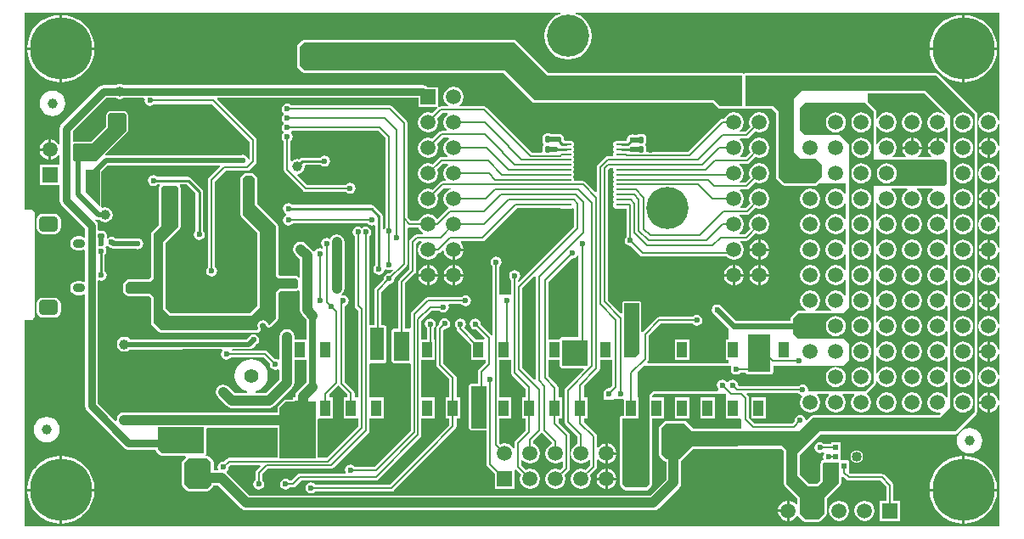
<source format=gbl>
G04*
G04 #@! TF.GenerationSoftware,Altium Limited,Altium Designer,20.1.11 (218)*
G04*
G04 Layer_Physical_Order=2*
G04 Layer_Color=16711680*
%FSLAX25Y25*%
%MOIN*%
G70*
G04*
G04 #@! TF.SameCoordinates,8DDD7718-E0D7-425E-BE50-D601791E5550*
G04*
G04*
G04 #@! TF.FilePolarity,Positive*
G04*
G01*
G75*
%ADD10C,0.00984*%
%ADD11C,0.02362*%
%ADD12C,0.01000*%
%ADD15C,0.00787*%
G04:AMPARAMS|DCode=24|XSize=25.98mil|YSize=22.84mil|CornerRadius=5.71mil|HoleSize=0mil|Usage=FLASHONLY|Rotation=180.000|XOffset=0mil|YOffset=0mil|HoleType=Round|Shape=RoundedRectangle|*
%AMROUNDEDRECTD24*
21,1,0.02598,0.01142,0,0,180.0*
21,1,0.01457,0.02284,0,0,180.0*
1,1,0.01142,-0.00728,0.00571*
1,1,0.01142,0.00728,0.00571*
1,1,0.01142,0.00728,-0.00571*
1,1,0.01142,-0.00728,-0.00571*
%
%ADD24ROUNDEDRECTD24*%
G04:AMPARAMS|DCode=32|XSize=25.98mil|YSize=22.84mil|CornerRadius=5.71mil|HoleSize=0mil|Usage=FLASHONLY|Rotation=270.000|XOffset=0mil|YOffset=0mil|HoleType=Round|Shape=RoundedRectangle|*
%AMROUNDEDRECTD32*
21,1,0.02598,0.01142,0,0,270.0*
21,1,0.01457,0.02284,0,0,270.0*
1,1,0.01142,-0.00571,-0.00728*
1,1,0.01142,-0.00571,0.00728*
1,1,0.01142,0.00571,0.00728*
1,1,0.01142,0.00571,-0.00728*
%
%ADD32ROUNDEDRECTD32*%
%ADD72C,0.04000*%
%ADD79C,0.00787*%
%ADD80C,0.03937*%
%ADD82C,0.03937*%
%ADD83C,0.00800*%
%ADD84C,0.02000*%
%ADD87C,0.03150*%
%ADD93R,0.06000X0.16500*%
%ADD94R,0.06000X0.11500*%
%ADD95R,0.05500X0.13000*%
%ADD97C,0.05512*%
%ADD98C,0.05906*%
%ADD99C,0.24410*%
%ADD100R,0.05906X0.05906*%
%ADD101C,0.16535*%
G04:AMPARAMS|DCode=102|XSize=74.8mil|YSize=59.06mil|CornerRadius=14.76mil|HoleSize=0mil|Usage=FLASHONLY|Rotation=0.000|XOffset=0mil|YOffset=0mil|HoleType=Round|Shape=RoundedRectangle|*
%AMROUNDEDRECTD102*
21,1,0.07480,0.02953,0,0,0.0*
21,1,0.04528,0.05906,0,0,0.0*
1,1,0.02953,0.02264,-0.01476*
1,1,0.02953,-0.02264,-0.01476*
1,1,0.02953,-0.02264,0.01476*
1,1,0.02953,0.02264,0.01476*
%
%ADD102ROUNDEDRECTD102*%
%ADD103O,0.04724X0.03543*%
%ADD104R,0.05906X0.05906*%
%ADD105C,0.02362*%
%ADD106R,0.03937X0.06142*%
G04:AMPARAMS|DCode=107|XSize=9.84mil|YSize=43.31mil|CornerRadius=2.46mil|HoleSize=0mil|Usage=FLASHONLY|Rotation=270.000|XOffset=0mil|YOffset=0mil|HoleType=Round|Shape=RoundedRectangle|*
%AMROUNDEDRECTD107*
21,1,0.00984,0.03839,0,0,270.0*
21,1,0.00492,0.04331,0,0,270.0*
1,1,0.00492,-0.01919,-0.00246*
1,1,0.00492,-0.01919,0.00246*
1,1,0.00492,0.01919,0.00246*
1,1,0.00492,0.01919,-0.00246*
%
%ADD107ROUNDEDRECTD107*%
%ADD108R,0.02055X0.02362*%
%ADD109C,0.02756*%
%ADD110R,0.09985X0.10100*%
%ADD111R,0.09000X0.15000*%
G36*
X384354Y160654D02*
X383854Y160605D01*
X383671Y161521D01*
X382810Y162810D01*
X381521Y163672D01*
X380000Y163974D01*
X378479Y163672D01*
X377190Y162810D01*
X376328Y161521D01*
X376026Y160000D01*
X376328Y158479D01*
X377190Y157190D01*
X378479Y156328D01*
X380000Y156026D01*
X381521Y156328D01*
X382810Y157190D01*
X383671Y158479D01*
X383854Y159395D01*
X384354Y159345D01*
Y150937D01*
X383854Y150888D01*
X383723Y151542D01*
X382850Y152850D01*
X381542Y153723D01*
X380500Y153931D01*
Y150000D01*
Y146069D01*
X381542Y146277D01*
X382850Y147150D01*
X383723Y148458D01*
X383854Y149112D01*
X384354Y149063D01*
Y140655D01*
X383854Y140605D01*
X383671Y141521D01*
X382810Y142810D01*
X381521Y143672D01*
X380000Y143974D01*
X378479Y143672D01*
X377190Y142810D01*
X376328Y141521D01*
X376026Y140000D01*
X376328Y138479D01*
X377190Y137190D01*
X378479Y136328D01*
X380000Y136026D01*
X381521Y136328D01*
X382810Y137190D01*
X383671Y138479D01*
X383854Y139395D01*
X384354Y139345D01*
Y130937D01*
X383854Y130888D01*
X383723Y131542D01*
X382850Y132850D01*
X381542Y133723D01*
X380500Y133931D01*
Y130000D01*
Y126069D01*
X381542Y126277D01*
X382850Y127150D01*
X383723Y128458D01*
X383854Y129112D01*
X384354Y129063D01*
Y120655D01*
X383854Y120605D01*
X383671Y121521D01*
X382810Y122810D01*
X381521Y123671D01*
X380000Y123974D01*
X378479Y123671D01*
X377190Y122810D01*
X376328Y121521D01*
X376026Y120000D01*
X376328Y118479D01*
X377190Y117190D01*
X378479Y116329D01*
X380000Y116026D01*
X381521Y116329D01*
X382810Y117190D01*
X383671Y118479D01*
X383854Y119395D01*
X384354Y119345D01*
Y110937D01*
X383854Y110888D01*
X383723Y111542D01*
X382850Y112850D01*
X381542Y113723D01*
X380500Y113931D01*
Y110000D01*
Y106069D01*
X381542Y106277D01*
X382850Y107150D01*
X383723Y108458D01*
X383854Y109112D01*
X384354Y109063D01*
Y100655D01*
X383854Y100605D01*
X383671Y101521D01*
X382810Y102810D01*
X381521Y103672D01*
X380000Y103974D01*
X378479Y103672D01*
X377190Y102810D01*
X376328Y101521D01*
X376026Y100000D01*
X376328Y98479D01*
X377190Y97190D01*
X378479Y96329D01*
X380000Y96026D01*
X381521Y96329D01*
X382810Y97190D01*
X383671Y98479D01*
X383854Y99395D01*
X384354Y99345D01*
Y90937D01*
X383854Y90888D01*
X383723Y91542D01*
X382850Y92850D01*
X381542Y93723D01*
X380500Y93931D01*
Y90000D01*
Y86069D01*
X381542Y86277D01*
X382850Y87150D01*
X383723Y88458D01*
X383854Y89112D01*
X384354Y89063D01*
Y80655D01*
X383854Y80605D01*
X383671Y81521D01*
X382810Y82810D01*
X381521Y83671D01*
X380000Y83974D01*
X378479Y83671D01*
X377190Y82810D01*
X376328Y81521D01*
X376026Y80000D01*
X376328Y78479D01*
X377190Y77190D01*
X378479Y76328D01*
X380000Y76026D01*
X381521Y76328D01*
X382810Y77190D01*
X383671Y78479D01*
X383854Y79395D01*
X384354Y79345D01*
Y70937D01*
X383854Y70888D01*
X383723Y71542D01*
X382850Y72850D01*
X381542Y73723D01*
X380500Y73931D01*
Y70000D01*
Y66069D01*
X381542Y66277D01*
X382850Y67150D01*
X383723Y68458D01*
X383854Y69112D01*
X384354Y69063D01*
Y60655D01*
X383854Y60605D01*
X383671Y61521D01*
X382810Y62810D01*
X381521Y63671D01*
X380000Y63974D01*
X378479Y63671D01*
X377190Y62810D01*
X376328Y61521D01*
X376026Y60000D01*
X376328Y58479D01*
X377190Y57190D01*
X378479Y56328D01*
X380000Y56026D01*
X381521Y56328D01*
X382810Y57190D01*
X383671Y58479D01*
X383854Y59395D01*
X384354Y59345D01*
Y50937D01*
X383854Y50888D01*
X383723Y51542D01*
X382850Y52850D01*
X381542Y53723D01*
X380500Y53931D01*
Y50000D01*
Y46069D01*
X381542Y46277D01*
X382850Y47150D01*
X383723Y48458D01*
X383854Y49112D01*
X384354Y49063D01*
Y1473D01*
X1473D01*
Y82385D01*
X3937D01*
X4501Y82497D01*
X4979Y82817D01*
X5298Y83294D01*
X5410Y83858D01*
Y124409D01*
X5298Y124973D01*
X4979Y125451D01*
X4501Y125770D01*
X3937Y125883D01*
X1473D01*
Y203251D01*
X212029D01*
X212129Y202751D01*
X210267Y201980D01*
X208343Y200504D01*
X206866Y198579D01*
X205938Y196338D01*
X205621Y193933D01*
X205938Y191528D01*
X206866Y189287D01*
X208343Y187363D01*
X210267Y185886D01*
X212508Y184958D01*
X214913Y184641D01*
X217318Y184958D01*
X219559Y185886D01*
X221484Y187363D01*
X222961Y189287D01*
X223889Y191528D01*
X224205Y193933D01*
X223889Y196338D01*
X222961Y198579D01*
X221484Y200504D01*
X219559Y201980D01*
X217698Y202751D01*
X217798Y203251D01*
X384354D01*
Y160654D01*
D02*
G37*
%LPC*%
G36*
X370579Y202196D02*
Y189476D01*
X383298D01*
X383092Y191565D01*
X382337Y194054D01*
X381111Y196348D01*
X379461Y198359D01*
X377450Y200009D01*
X375156Y201235D01*
X372667Y201990D01*
X370579Y202196D01*
D02*
G37*
G36*
X369579D02*
X367490Y201990D01*
X365001Y201235D01*
X362707Y200009D01*
X360696Y198359D01*
X359046Y196348D01*
X357820Y194054D01*
X357065Y191565D01*
X356859Y189476D01*
X369579D01*
Y202196D01*
D02*
G37*
G36*
X16248D02*
Y189476D01*
X28967D01*
X28762Y191565D01*
X28007Y194054D01*
X26781Y196348D01*
X25130Y198359D01*
X23120Y200009D01*
X20826Y201235D01*
X18337Y201990D01*
X16248Y202196D01*
D02*
G37*
G36*
X15248D02*
X13160Y201990D01*
X10670Y201235D01*
X8376Y200009D01*
X6366Y198359D01*
X4716Y196348D01*
X3489Y194054D01*
X2734Y191565D01*
X2529Y189476D01*
X15248D01*
Y202196D01*
D02*
G37*
G36*
X383298Y188476D02*
X370579D01*
Y175757D01*
X372667Y175963D01*
X375156Y176718D01*
X377450Y177944D01*
X379461Y179594D01*
X381111Y181605D01*
X382337Y183899D01*
X383092Y186388D01*
X383298Y188476D01*
D02*
G37*
G36*
X369579D02*
X356859D01*
X357065Y186388D01*
X357820Y183899D01*
X359046Y181605D01*
X360696Y179594D01*
X362707Y177944D01*
X365001Y176718D01*
X367490Y175963D01*
X369579Y175757D01*
Y188476D01*
D02*
G37*
G36*
X28967D02*
X16248D01*
Y175757D01*
X18337Y175963D01*
X20826Y176718D01*
X23120Y177944D01*
X25130Y179594D01*
X26781Y181605D01*
X28007Y183899D01*
X28762Y186388D01*
X28967Y188476D01*
D02*
G37*
G36*
X15248D02*
X2529D01*
X2734Y186388D01*
X3489Y183899D01*
X4716Y181605D01*
X6366Y179594D01*
X8376Y177944D01*
X10670Y176718D01*
X13160Y175963D01*
X15248Y175757D01*
Y188476D01*
D02*
G37*
G36*
X12500Y172543D02*
X11195Y172371D01*
X9978Y171868D01*
X8934Y171066D01*
X8133Y170022D01*
X7629Y168805D01*
X7457Y167500D01*
X7629Y166195D01*
X8133Y164978D01*
X8934Y163934D01*
X9978Y163133D01*
X11195Y162629D01*
X12500Y162457D01*
X13805Y162629D01*
X15022Y163133D01*
X16066Y163934D01*
X16868Y164978D01*
X17371Y166195D01*
X17543Y167500D01*
X17371Y168805D01*
X16868Y170022D01*
X16066Y171066D01*
X15022Y171868D01*
X13805Y172371D01*
X12500Y172543D01*
D02*
G37*
G36*
X111185Y192443D02*
X110462Y192143D01*
X108726Y190407D01*
X108426Y189684D01*
Y182347D01*
X108726Y181624D01*
X110516Y179833D01*
X111239Y179534D01*
X189595D01*
X201211Y167918D01*
X201934Y167619D01*
X271756D01*
X273798Y165577D01*
X274521Y165277D01*
X283252Y165277D01*
X283975Y165577D01*
X284227Y165627D01*
X284277Y165577D01*
X285000Y165277D01*
X295053Y165277D01*
X296409Y163921D01*
X296409Y138580D01*
X296708Y137857D01*
X299072Y135493D01*
X299795Y135194D01*
X312057D01*
X312780Y135493D01*
X313287Y136000D01*
X314500Y136000D01*
X324045Y136000D01*
Y131862D01*
X323545Y131710D01*
X322810Y132810D01*
X321521Y133671D01*
X320000Y133974D01*
X318479Y133671D01*
X317190Y132810D01*
X316329Y131521D01*
X316026Y130000D01*
X316329Y128479D01*
X317190Y127190D01*
X318479Y126329D01*
X320000Y126026D01*
X321521Y126329D01*
X322810Y127190D01*
X323545Y128290D01*
X324045Y128138D01*
Y121862D01*
X323545Y121710D01*
X322810Y122810D01*
X321521Y123671D01*
X320000Y123974D01*
X318479Y123671D01*
X317190Y122810D01*
X316329Y121521D01*
X316026Y120000D01*
X316329Y118479D01*
X317190Y117190D01*
X318479Y116329D01*
X320000Y116026D01*
X321521Y116329D01*
X322810Y117190D01*
X323545Y118290D01*
X324045Y118138D01*
Y111862D01*
X323545Y111710D01*
X322810Y112810D01*
X321521Y113672D01*
X320000Y113974D01*
X318479Y113672D01*
X317190Y112810D01*
X316329Y111521D01*
X316026Y110000D01*
X316329Y108479D01*
X317190Y107190D01*
X318479Y106328D01*
X320000Y106026D01*
X321521Y106328D01*
X322810Y107190D01*
X323545Y108290D01*
X324045Y108138D01*
Y101862D01*
X323545Y101710D01*
X322810Y102810D01*
X321521Y103672D01*
X320000Y103974D01*
X318479Y103672D01*
X317190Y102810D01*
X316329Y101521D01*
X316026Y100000D01*
X316329Y98479D01*
X317190Y97190D01*
X318479Y96329D01*
X320000Y96026D01*
X321521Y96329D01*
X322810Y97190D01*
X323545Y98290D01*
X324045Y98138D01*
Y91862D01*
X323545Y91710D01*
X322810Y92810D01*
X321521Y93672D01*
X320000Y93974D01*
X318479Y93672D01*
X317190Y92810D01*
X316329Y91521D01*
X316026Y90000D01*
X316329Y88479D01*
X317190Y87190D01*
X318162Y86541D01*
X318010Y86041D01*
X311990D01*
X311838Y86541D01*
X312810Y87190D01*
X313671Y88479D01*
X313974Y90000D01*
X313671Y91521D01*
X312810Y92810D01*
X311521Y93672D01*
X310000Y93974D01*
X308479Y93672D01*
X307190Y92810D01*
X306329Y91521D01*
X306026Y90000D01*
X306329Y88479D01*
X307190Y87190D01*
X308162Y86541D01*
X308010Y86041D01*
X305219D01*
X304496Y85741D01*
X302553Y83799D01*
X302254Y83075D01*
Y82168D01*
X280768D01*
X274992Y87943D01*
X274289Y88413D01*
X273460Y88578D01*
X272630Y88413D01*
X271927Y87943D01*
X271457Y87240D01*
X271292Y86410D01*
X271457Y85581D01*
X271927Y84878D01*
X277860Y78944D01*
Y74815D01*
X276811D01*
Y66783D01*
X277860D01*
Y65523D01*
X246213Y65523D01*
X246021Y65985D01*
X246265Y66228D01*
X246561Y66671D01*
X246665Y67193D01*
Y76335D01*
X251265Y80935D01*
X263838D01*
X263950Y80767D01*
X264653Y80297D01*
X265483Y80132D01*
X266312Y80297D01*
X267015Y80767D01*
X267485Y81471D01*
X267650Y82300D01*
X267485Y83130D01*
X267015Y83833D01*
X266312Y84303D01*
X265483Y84468D01*
X264653Y84303D01*
X263950Y83833D01*
X263838Y83665D01*
X250700D01*
X250178Y83561D01*
X249735Y83265D01*
X244335Y77865D01*
X244139Y77572D01*
X243639Y77724D01*
Y89000D01*
X243452Y89452D01*
X243000Y89639D01*
X236800D01*
X236348Y89452D01*
X236161Y89000D01*
Y85171D01*
X235699Y84980D01*
X230450Y90229D01*
Y141471D01*
X231106Y142127D01*
X232399D01*
X232638Y141770D01*
Y141278D01*
X232944Y140539D01*
X232638Y139801D01*
Y139309D01*
X232944Y138571D01*
X232638Y137833D01*
Y137341D01*
X232944Y136602D01*
X232638Y135864D01*
Y135372D01*
X232944Y134634D01*
X232638Y133896D01*
Y133404D01*
X232944Y132665D01*
X232638Y131927D01*
Y131435D01*
X232944Y130697D01*
X232638Y129959D01*
Y129467D01*
X232944Y128728D01*
X232638Y127990D01*
Y127498D01*
X233016Y126586D01*
X233927Y126209D01*
X237766D01*
X237935Y126096D01*
Y115309D01*
X237744Y115181D01*
X237274Y114478D01*
X237109Y113649D01*
X237274Y112819D01*
X237744Y112116D01*
X238447Y111646D01*
X239277Y111481D01*
X239476Y111521D01*
X243269Y107727D01*
X243712Y107431D01*
X244234Y107327D01*
X277098D01*
X277190Y107190D01*
X278479Y106328D01*
X280000Y106026D01*
X281521Y106328D01*
X282810Y107190D01*
X283671Y108479D01*
X283974Y110000D01*
X283671Y111521D01*
X282810Y112810D01*
X282497Y113019D01*
X282643Y113497D01*
X284862D01*
X285384Y113601D01*
X285827Y113897D01*
X288347Y116417D01*
X288479Y116329D01*
X290000Y116026D01*
X291521Y116329D01*
X292810Y117190D01*
X293671Y118479D01*
X293974Y120000D01*
X293671Y121521D01*
X292810Y122810D01*
X291521Y123671D01*
X290000Y123974D01*
X288479Y123671D01*
X287190Y122810D01*
X286329Y121521D01*
X286026Y120000D01*
X286329Y118479D01*
X286417Y118347D01*
X284297Y116227D01*
X282269D01*
X282117Y116727D01*
X282810Y117190D01*
X283671Y118479D01*
X283974Y120000D01*
X283671Y121521D01*
X282810Y122810D01*
X282174Y123235D01*
X282325Y123735D01*
X285100D01*
X285622Y123839D01*
X286065Y124135D01*
X288347Y126417D01*
X288479Y126329D01*
X290000Y126026D01*
X291521Y126329D01*
X292810Y127190D01*
X293671Y128479D01*
X293974Y130000D01*
X293671Y131521D01*
X292810Y132810D01*
X291521Y133671D01*
X290000Y133974D01*
X288479Y133671D01*
X287190Y132810D01*
X286329Y131521D01*
X286026Y130000D01*
X286329Y128479D01*
X286417Y128347D01*
X284535Y126465D01*
X282586D01*
X282441Y126943D01*
X282810Y127190D01*
X283671Y128479D01*
X283974Y130000D01*
X283671Y131521D01*
X282810Y132810D01*
X282264Y133175D01*
X282416Y133675D01*
X285039D01*
X285562Y133779D01*
X286004Y134074D01*
X288347Y136417D01*
X288479Y136328D01*
X290000Y136026D01*
X291521Y136328D01*
X292810Y137190D01*
X293671Y138479D01*
X293974Y140000D01*
X293671Y141521D01*
X292810Y142810D01*
X291521Y143672D01*
X290000Y143974D01*
X288479Y143672D01*
X287190Y142810D01*
X286329Y141521D01*
X286026Y140000D01*
X286329Y138479D01*
X286417Y138347D01*
X284474Y136404D01*
X282495D01*
X282350Y136883D01*
X282810Y137190D01*
X283671Y138479D01*
X283974Y140000D01*
X283671Y141521D01*
X282810Y142810D01*
X282058Y143312D01*
X282210Y143812D01*
X285177D01*
X285700Y143916D01*
X286142Y144212D01*
X288347Y146417D01*
X288479Y146328D01*
X290000Y146026D01*
X291521Y146328D01*
X292810Y147190D01*
X293671Y148479D01*
X293974Y150000D01*
X293671Y151521D01*
X292810Y152810D01*
X291521Y153672D01*
X290000Y153974D01*
X288479Y153672D01*
X287190Y152810D01*
X286329Y151521D01*
X286026Y150000D01*
X286329Y148479D01*
X286417Y148347D01*
X284612Y146542D01*
X282701D01*
X282556Y147020D01*
X282810Y147190D01*
X283671Y148479D01*
X283974Y150000D01*
X283671Y151521D01*
X282810Y152810D01*
X282262Y153176D01*
X282407Y153655D01*
X285020D01*
X285542Y153759D01*
X285985Y154055D01*
X288347Y156417D01*
X288479Y156328D01*
X290000Y156026D01*
X291521Y156328D01*
X292810Y157190D01*
X293671Y158479D01*
X293974Y160000D01*
X293671Y161521D01*
X292810Y162810D01*
X291521Y163672D01*
X290000Y163974D01*
X288479Y163672D01*
X287190Y162810D01*
X286329Y161521D01*
X286026Y160000D01*
X286329Y158479D01*
X286417Y158347D01*
X284454Y156385D01*
X282466D01*
X282321Y156863D01*
X282810Y157190D01*
X283671Y158479D01*
X283974Y160000D01*
X283671Y161521D01*
X282810Y162810D01*
X281521Y163672D01*
X280000Y163974D01*
X278479Y163672D01*
X277190Y162810D01*
X276328Y161521D01*
X276297Y161365D01*
X275650D01*
X275128Y161261D01*
X274685Y160965D01*
X262156Y148436D01*
X245786D01*
X245603Y148660D01*
Y150116D01*
X245485Y150708D01*
X245150Y151209D01*
X245382Y151655D01*
X245485Y151808D01*
X245603Y152400D01*
Y153856D01*
X245485Y154448D01*
X245150Y154949D01*
X244649Y155284D01*
X244057Y155402D01*
X242915D01*
X242324Y155284D01*
X242061Y155109D01*
X240986D01*
X240960Y155126D01*
X240131Y155291D01*
X239301Y155126D01*
X238598Y154656D01*
X238128Y153953D01*
X238007Y153343D01*
X237858Y153071D01*
X237519Y152901D01*
X233927D01*
X233016Y152524D01*
X232638Y151612D01*
Y151120D01*
X232944Y150382D01*
X232638Y149644D01*
Y149152D01*
X232944Y148413D01*
X232638Y147675D01*
Y147183D01*
X232399Y146826D01*
X230561D01*
X230038Y146722D01*
X229596Y146426D01*
X226476Y143306D01*
X226180Y142863D01*
X226076Y142341D01*
Y132925D01*
X225614Y132734D01*
X221765Y136583D01*
X221322Y136879D01*
X220800Y136983D01*
X220800Y136983D01*
X217601D01*
X217362Y137341D01*
Y137833D01*
X217056Y138571D01*
X217362Y139309D01*
Y139801D01*
X217056Y140539D01*
X217362Y141278D01*
Y141770D01*
X217056Y142508D01*
X217362Y143246D01*
Y143738D01*
X217056Y144476D01*
X217362Y145215D01*
Y145707D01*
X217056Y146445D01*
X217362Y147183D01*
Y147675D01*
X217056Y148413D01*
X217362Y149152D01*
Y149644D01*
X217056Y150382D01*
X217362Y151120D01*
Y151612D01*
X216984Y152524D01*
X216073Y152901D01*
X213682D01*
X213365Y153288D01*
X213368Y153300D01*
X213203Y154130D01*
X212733Y154833D01*
X212030Y155303D01*
X211200Y155468D01*
X210370Y155303D01*
X210353Y155291D01*
X208460D01*
X208181Y155478D01*
X207590Y155595D01*
X206448D01*
X205857Y155478D01*
X205355Y155143D01*
X205020Y154641D01*
X204903Y154050D01*
Y152593D01*
X205020Y152002D01*
X205213Y151714D01*
X205257Y151206D01*
X204922Y150704D01*
X204804Y150113D01*
Y148656D01*
X204808Y148639D01*
X204491Y148252D01*
X200678D01*
X194944Y153986D01*
X194944Y153986D01*
X183004Y165926D01*
X182562Y166221D01*
X182039Y166325D01*
X172416D01*
X172265Y166825D01*
X172810Y167190D01*
X173671Y168479D01*
X173974Y170000D01*
X173671Y171521D01*
X172810Y172810D01*
X171521Y173671D01*
X170000Y173974D01*
X168479Y173671D01*
X167190Y172810D01*
X166329Y171521D01*
X166026Y170000D01*
X166329Y168479D01*
X167190Y167190D01*
X167736Y166825D01*
X167584Y166325D01*
X164961D01*
X164438Y166221D01*
X164398Y166194D01*
X163898Y166462D01*
Y173898D01*
X159736D01*
X159612Y174021D01*
X158778Y174578D01*
X157795Y174774D01*
X157795Y174774D01*
X40276D01*
X40014Y174949D01*
X38877Y175175D01*
X37740Y174949D01*
X37478Y174774D01*
X32605D01*
X32605Y174774D01*
X31622Y174578D01*
X30788Y174021D01*
X30788Y174021D01*
X16048Y159281D01*
X15491Y158447D01*
X15295Y157464D01*
X15295Y157464D01*
Y151581D01*
X14795Y151430D01*
X14267Y152220D01*
X12960Y153094D01*
X11917Y153301D01*
Y149370D01*
Y145439D01*
X12960Y145647D01*
X14267Y146520D01*
X14795Y147311D01*
X15295Y147159D01*
Y143268D01*
X7520D01*
Y135473D01*
X15295D01*
Y129436D01*
X15295Y129436D01*
X15491Y128453D01*
X16048Y127619D01*
X25231Y118436D01*
Y115091D01*
X24790Y114855D01*
X24485Y115059D01*
X23425Y115270D01*
X22244D01*
X21184Y115059D01*
X20286Y114459D01*
X19685Y113560D01*
X19474Y112500D01*
X19685Y111440D01*
X20286Y110541D01*
X21184Y109941D01*
X22244Y109730D01*
X23425D01*
X24485Y109941D01*
X24790Y110145D01*
X25231Y109909D01*
Y97571D01*
X24790Y97335D01*
X24485Y97539D01*
X23425Y97750D01*
X22244D01*
X21184Y97539D01*
X20286Y96939D01*
X19685Y96040D01*
X19474Y94980D01*
X19685Y93920D01*
X20286Y93022D01*
X21184Y92421D01*
X22244Y92211D01*
X23425D01*
X24485Y92421D01*
X24790Y92625D01*
X25231Y92389D01*
Y48642D01*
X25231Y48642D01*
X25427Y47659D01*
X25983Y46826D01*
X40525Y32283D01*
X40525Y32283D01*
X41359Y31727D01*
X42342Y31531D01*
X52855D01*
X53149Y30821D01*
X54700Y29270D01*
X55423Y28971D01*
X64680D01*
X64887Y28471D01*
X63645Y27229D01*
X63345Y26506D01*
X63345Y17740D01*
X63645Y17017D01*
X65344Y15318D01*
X66067Y15019D01*
X73168D01*
X73891Y15318D01*
X75468Y16896D01*
X75469Y16897D01*
X75470Y16898D01*
X75618Y17258D01*
X75696Y17445D01*
X77661D01*
X86599Y8508D01*
X87563Y7864D01*
X88699Y7638D01*
X248380D01*
X249517Y7864D01*
X250480Y8508D01*
X258498Y16526D01*
X259142Y17489D01*
X259368Y18626D01*
Y27044D01*
X259384Y27051D01*
X264223Y31890D01*
X298482Y31915D01*
X299452Y30945D01*
X299452Y18096D01*
X299752Y17373D01*
X304877Y12248D01*
X304877Y10042D01*
X304399Y9897D01*
X304110Y10330D01*
X302802Y11204D01*
X301760Y11411D01*
Y7480D01*
Y3550D01*
X302802Y3757D01*
X304110Y4631D01*
X304676Y5479D01*
X304826Y5508D01*
X305277Y5477D01*
X307277Y3477D01*
X307277Y3477D01*
X308000Y3177D01*
X313300Y3177D01*
X314023Y3477D01*
X316255Y5708D01*
X316554Y6432D01*
X316554Y12314D01*
X322015Y17774D01*
X322314Y18498D01*
Y20771D01*
X322814Y20978D01*
X324103Y19690D01*
X324545Y19394D01*
X325068Y19290D01*
X337595D01*
X339895Y16990D01*
Y11378D01*
X337362D01*
Y3583D01*
X345158D01*
Y11378D01*
X342625D01*
Y17555D01*
X342521Y18078D01*
X342225Y18520D01*
X339126Y21620D01*
X338683Y21916D01*
X338160Y22019D01*
X325633D01*
X325082Y22571D01*
X325267Y23071D01*
X325267D01*
Y26896D01*
X325267Y26965D01*
X325425Y27012D01*
X325767Y27116D01*
X326101Y26617D01*
X327075Y25966D01*
X328224Y25738D01*
X329373Y25966D01*
X330347Y26617D01*
X330998Y27591D01*
X331226Y28740D01*
X330998Y29889D01*
X330347Y30863D01*
X329373Y31514D01*
X328224Y31743D01*
X327075Y31514D01*
X326101Y30863D01*
X325450Y29889D01*
X325221Y28740D01*
X325389Y27898D01*
X325181Y27461D01*
X325032Y27323D01*
X325032Y27323D01*
X324925Y27323D01*
X322031D01*
Y30158D01*
Y34409D01*
X318086D01*
Y33665D01*
X315445D01*
X315333Y33833D01*
X314630Y34303D01*
X313800Y34468D01*
X312970Y34303D01*
X312267Y33833D01*
X311797Y33130D01*
X311632Y32300D01*
X311797Y31471D01*
X312267Y30767D01*
X312970Y30297D01*
X313800Y30132D01*
X314630Y30297D01*
X315210Y30685D01*
X315277Y30673D01*
X315343Y30581D01*
X315469Y30128D01*
X315096Y29570D01*
X314931Y28740D01*
X315096Y27911D01*
X315103Y27900D01*
X314847Y27383D01*
X314617Y27288D01*
X314617Y27287D01*
X314616Y27287D01*
X314263Y26934D01*
X314262Y26933D01*
X314262Y26933D01*
X314112Y26572D01*
X314108Y26560D01*
X314104Y26555D01*
X314102Y26548D01*
X313963Y26211D01*
X313963Y26210D01*
X313963Y26210D01*
X313963Y19575D01*
X312466Y18079D01*
X309640Y18167D01*
X305950Y21856D01*
Y29543D01*
X313979Y37572D01*
X366755Y37572D01*
X367478Y37872D01*
X375163Y45557D01*
X375463Y46280D01*
X375463Y163267D01*
X375163Y163990D01*
X359930Y179223D01*
X359207Y179523D01*
X284647Y179523D01*
X283949Y179234D01*
X283252Y179523D01*
X207072Y179523D01*
X194499Y192096D01*
X193776Y192395D01*
X111300Y192395D01*
X111185Y192443D01*
D02*
G37*
G36*
X379500Y153931D02*
X378458Y153723D01*
X377150Y152850D01*
X376277Y151542D01*
X376069Y150500D01*
X379500D01*
Y153931D01*
D02*
G37*
G36*
X10917Y153301D02*
X9875Y153094D01*
X8568Y152220D01*
X7694Y150912D01*
X7487Y149870D01*
X10917D01*
Y153301D01*
D02*
G37*
G36*
X379500Y149500D02*
X376069D01*
X376277Y148458D01*
X377150Y147150D01*
X378458Y146277D01*
X379500Y146069D01*
Y149500D01*
D02*
G37*
G36*
X10917Y148870D02*
X7487D01*
X7694Y147828D01*
X8568Y146520D01*
X9875Y145647D01*
X10917Y145439D01*
Y148870D01*
D02*
G37*
G36*
X379500Y133931D02*
X378458Y133723D01*
X377150Y132850D01*
X376277Y131542D01*
X376069Y130500D01*
X379500D01*
Y133931D01*
D02*
G37*
G36*
Y129500D02*
X376069D01*
X376277Y128458D01*
X377150Y127150D01*
X378458Y126277D01*
X379500Y126069D01*
Y129500D01*
D02*
G37*
G36*
X310000Y133974D02*
X308479Y133671D01*
X307190Y132810D01*
X306329Y131521D01*
X306026Y130000D01*
X306329Y128479D01*
X307190Y127190D01*
X308479Y126329D01*
X310000Y126026D01*
X311521Y126329D01*
X312810Y127190D01*
X313671Y128479D01*
X313974Y130000D01*
X313671Y131521D01*
X312810Y132810D01*
X311521Y133671D01*
X310000Y133974D01*
D02*
G37*
G36*
X13287Y124122D02*
X8760D01*
X7815Y123934D01*
X7014Y123399D01*
X6479Y122598D01*
X6291Y121653D01*
Y118701D01*
X6479Y117756D01*
X7014Y116955D01*
X7815Y116420D01*
X8760Y116232D01*
X13287D01*
X14232Y116420D01*
X15033Y116955D01*
X15568Y117756D01*
X15756Y118701D01*
Y121653D01*
X15568Y122598D01*
X15033Y123399D01*
X14232Y123934D01*
X13287Y124122D01*
D02*
G37*
G36*
X310000Y123974D02*
X308479Y123671D01*
X307190Y122810D01*
X306329Y121521D01*
X306026Y120000D01*
X306329Y118479D01*
X307190Y117190D01*
X308479Y116329D01*
X310000Y116026D01*
X311521Y116329D01*
X312810Y117190D01*
X313671Y118479D01*
X313974Y120000D01*
X313671Y121521D01*
X312810Y122810D01*
X311521Y123671D01*
X310000Y123974D01*
D02*
G37*
G36*
X290500Y113931D02*
Y110500D01*
X293931D01*
X293723Y111542D01*
X292850Y112850D01*
X291542Y113723D01*
X290500Y113931D01*
D02*
G37*
G36*
X289500Y113931D02*
X288458Y113723D01*
X287150Y112850D01*
X286277Y111542D01*
X286069Y110500D01*
X289500D01*
Y113931D01*
D02*
G37*
G36*
X379500Y113931D02*
X378458Y113723D01*
X377150Y112850D01*
X376277Y111542D01*
X376069Y110500D01*
X379500D01*
Y113931D01*
D02*
G37*
G36*
X293931Y109500D02*
X290500D01*
Y106069D01*
X291542Y106277D01*
X292850Y107150D01*
X293723Y108458D01*
X293931Y109500D01*
D02*
G37*
G36*
X379500Y109500D02*
X376069D01*
X376277Y108458D01*
X377150Y107150D01*
X378458Y106277D01*
X379500Y106069D01*
Y109500D01*
D02*
G37*
G36*
X289500Y109500D02*
X286069D01*
X286277Y108458D01*
X287150Y107150D01*
X288458Y106277D01*
X289500Y106069D01*
Y109500D01*
D02*
G37*
G36*
X310000Y113974D02*
X308479Y113672D01*
X307190Y112810D01*
X306329Y111521D01*
X306026Y110000D01*
X306329Y108479D01*
X307190Y107190D01*
X308479Y106328D01*
X310000Y106026D01*
X311521Y106328D01*
X312810Y107190D01*
X313671Y108479D01*
X313974Y110000D01*
X313671Y111521D01*
X312810Y112810D01*
X311521Y113672D01*
X310000Y113974D01*
D02*
G37*
G36*
X280500Y103931D02*
Y100500D01*
X283931D01*
X283723Y101542D01*
X282850Y102850D01*
X281542Y103723D01*
X280500Y103931D01*
D02*
G37*
G36*
X290500D02*
Y100500D01*
X293931D01*
X293723Y101542D01*
X292850Y102850D01*
X291542Y103723D01*
X290500Y103931D01*
D02*
G37*
G36*
X289500Y103931D02*
X288458Y103723D01*
X287150Y102850D01*
X286277Y101542D01*
X286069Y100500D01*
X289500D01*
Y103931D01*
D02*
G37*
G36*
X279500D02*
X278458Y103723D01*
X277150Y102850D01*
X276277Y101542D01*
X276069Y100500D01*
X279500D01*
Y103931D01*
D02*
G37*
G36*
X293931Y99500D02*
X290500D01*
Y96069D01*
X291542Y96277D01*
X292850Y97150D01*
X293723Y98458D01*
X293931Y99500D01*
D02*
G37*
G36*
X283931D02*
X280500D01*
Y96069D01*
X281542Y96277D01*
X282850Y97150D01*
X283723Y98458D01*
X283931Y99500D01*
D02*
G37*
G36*
X289500D02*
X286069D01*
X286277Y98458D01*
X287150Y97150D01*
X288458Y96277D01*
X289500Y96069D01*
Y99500D01*
D02*
G37*
G36*
X279500D02*
X276069D01*
X276277Y98458D01*
X277150Y97150D01*
X278458Y96277D01*
X279500Y96069D01*
Y99500D01*
D02*
G37*
G36*
X310000Y103974D02*
X308479Y103672D01*
X307190Y102810D01*
X306329Y101521D01*
X306026Y100000D01*
X306329Y98479D01*
X307190Y97190D01*
X308479Y96329D01*
X310000Y96026D01*
X311521Y96329D01*
X312810Y97190D01*
X313671Y98479D01*
X313974Y100000D01*
X313671Y101521D01*
X312810Y102810D01*
X311521Y103672D01*
X310000Y103974D01*
D02*
G37*
G36*
X379500Y93931D02*
X378458Y93723D01*
X377150Y92850D01*
X376277Y91542D01*
X376069Y90500D01*
X379500D01*
Y93931D01*
D02*
G37*
G36*
Y89500D02*
X376069D01*
X376277Y88458D01*
X377150Y87150D01*
X378458Y86277D01*
X379500Y86069D01*
Y89500D01*
D02*
G37*
G36*
X13287Y91248D02*
X8760D01*
X7815Y91060D01*
X7014Y90525D01*
X6479Y89724D01*
X6291Y88779D01*
Y85827D01*
X6479Y84882D01*
X7014Y84081D01*
X7815Y83546D01*
X8760Y83358D01*
X13287D01*
X14232Y83546D01*
X15033Y84081D01*
X15568Y84882D01*
X15756Y85827D01*
Y88779D01*
X15568Y89724D01*
X15033Y90525D01*
X14232Y91060D01*
X13287Y91248D01*
D02*
G37*
G36*
X379500Y73931D02*
X378458Y73723D01*
X377150Y72850D01*
X376277Y71542D01*
X376069Y70500D01*
X379500D01*
Y73931D01*
D02*
G37*
G36*
X262638Y74815D02*
X256811D01*
Y66783D01*
X262638D01*
Y74815D01*
D02*
G37*
G36*
X379500Y69500D02*
X376069D01*
X376277Y68458D01*
X377150Y67150D01*
X378458Y66277D01*
X379500Y66069D01*
Y69500D01*
D02*
G37*
G36*
Y53931D02*
X378458Y53723D01*
X377150Y52850D01*
X376277Y51542D01*
X376069Y50500D01*
X379500D01*
Y53931D01*
D02*
G37*
G36*
Y49500D02*
X376069D01*
X376277Y48458D01*
X377150Y47150D01*
X378458Y46277D01*
X379500Y46069D01*
Y49500D01*
D02*
G37*
G36*
X10236Y44413D02*
X8931Y44241D01*
X7715Y43738D01*
X6670Y42936D01*
X5869Y41892D01*
X5365Y40675D01*
X5193Y39370D01*
X5365Y38065D01*
X5869Y36849D01*
X6670Y35804D01*
X7715Y35003D01*
X8931Y34499D01*
X10236Y34327D01*
X11541Y34499D01*
X12758Y35003D01*
X13802Y35804D01*
X14604Y36849D01*
X15108Y38065D01*
X15279Y39370D01*
X15108Y40675D01*
X14604Y41892D01*
X13802Y42936D01*
X12758Y43738D01*
X11541Y44241D01*
X10236Y44413D01*
D02*
G37*
G36*
X372500Y40043D02*
X371195Y39871D01*
X369978Y39367D01*
X368934Y38566D01*
X368132Y37522D01*
X367629Y36305D01*
X367457Y35000D01*
X367629Y33695D01*
X368132Y32478D01*
X368934Y31434D01*
X369978Y30632D01*
X371195Y30129D01*
X372500Y29957D01*
X373805Y30129D01*
X375022Y30632D01*
X376066Y31434D01*
X376868Y32478D01*
X377371Y33695D01*
X377543Y35000D01*
X377371Y36305D01*
X376868Y37522D01*
X376066Y38566D01*
X375022Y39367D01*
X373805Y39871D01*
X372500Y40043D01*
D02*
G37*
G36*
X370579Y28967D02*
Y16248D01*
X383298D01*
X383092Y18337D01*
X382337Y20826D01*
X381111Y23120D01*
X379461Y25130D01*
X377450Y26781D01*
X375156Y28007D01*
X372667Y28762D01*
X370579Y28967D01*
D02*
G37*
G36*
X369579D02*
X367490Y28762D01*
X365001Y28007D01*
X362707Y26781D01*
X360696Y25130D01*
X359046Y23120D01*
X357820Y20826D01*
X357065Y18337D01*
X356859Y16248D01*
X369579D01*
Y28967D01*
D02*
G37*
G36*
X16248D02*
Y16248D01*
X28967D01*
X28762Y18337D01*
X28007Y20826D01*
X26781Y23120D01*
X25130Y25130D01*
X23120Y26781D01*
X20826Y28007D01*
X18337Y28762D01*
X16248Y28967D01*
D02*
G37*
G36*
X15248D02*
X13160Y28762D01*
X10670Y28007D01*
X8376Y26781D01*
X6366Y25130D01*
X4716Y23120D01*
X3489Y20826D01*
X2734Y18337D01*
X2529Y16248D01*
X15248D01*
Y28967D01*
D02*
G37*
G36*
X300760Y11411D02*
X299717Y11204D01*
X298410Y10330D01*
X297536Y9023D01*
X297329Y7980D01*
X300760D01*
Y11411D01*
D02*
G37*
G36*
Y6980D02*
X297329D01*
X297536Y5938D01*
X298410Y4631D01*
X299717Y3757D01*
X300760Y3550D01*
Y6980D01*
D02*
G37*
G36*
X331260Y11454D02*
X329739Y11152D01*
X328450Y10290D01*
X327588Y9001D01*
X327286Y7480D01*
X327588Y5959D01*
X328450Y4670D01*
X329739Y3809D01*
X331260Y3506D01*
X332781Y3809D01*
X334070Y4670D01*
X334931Y5959D01*
X335234Y7480D01*
X334931Y9001D01*
X334070Y10290D01*
X332781Y11152D01*
X331260Y11454D01*
D02*
G37*
G36*
X321260D02*
X319739Y11152D01*
X318450Y10290D01*
X317588Y9001D01*
X317286Y7480D01*
X317588Y5959D01*
X318450Y4670D01*
X319739Y3809D01*
X321260Y3506D01*
X322781Y3809D01*
X324070Y4670D01*
X324931Y5959D01*
X325234Y7480D01*
X324931Y9001D01*
X324070Y10290D01*
X322781Y11152D01*
X321260Y11454D01*
D02*
G37*
G36*
X383298Y15248D02*
X370579D01*
Y2529D01*
X372667Y2734D01*
X375156Y3489D01*
X377450Y4716D01*
X379461Y6366D01*
X381111Y8376D01*
X382337Y10670D01*
X383092Y13160D01*
X383298Y15248D01*
D02*
G37*
G36*
X369579D02*
X356859D01*
X357065Y13160D01*
X357820Y10670D01*
X359046Y8376D01*
X360696Y6366D01*
X362707Y4716D01*
X365001Y3489D01*
X367490Y2734D01*
X369579Y2529D01*
Y15248D01*
D02*
G37*
G36*
X28967D02*
X16248D01*
Y2529D01*
X18337Y2734D01*
X20826Y3489D01*
X23120Y4716D01*
X25130Y6366D01*
X26781Y8376D01*
X28007Y10670D01*
X28762Y13160D01*
X28967Y15248D01*
D02*
G37*
G36*
X15248D02*
X2529D01*
X2734Y13160D01*
X3489Y10670D01*
X4716Y8376D01*
X6366Y6366D01*
X8376Y4716D01*
X10670Y3489D01*
X13160Y2734D01*
X15248Y2529D01*
Y15248D01*
D02*
G37*
%LPD*%
G36*
X48739Y169136D02*
X48632Y168600D01*
X48797Y167771D01*
X49267Y167067D01*
X49970Y166597D01*
X50800Y166432D01*
X51630Y166597D01*
X52333Y167067D01*
X52445Y167235D01*
X75135D01*
X89955Y152415D01*
Y145623D01*
X89766Y145485D01*
X89213Y145701D01*
X89168Y145930D01*
X88698Y146633D01*
X87995Y147103D01*
X87165Y147268D01*
X86336Y147103D01*
X86307Y147083D01*
X33494D01*
X33340Y147309D01*
X33271Y147567D01*
X42052Y156348D01*
X42239Y156800D01*
Y163124D01*
X42052Y163576D01*
X41476Y164152D01*
X41024Y164339D01*
X34800D01*
X34348Y164152D01*
X33748Y163552D01*
X33561Y163100D01*
X33561Y158365D01*
X27635Y152439D01*
X21200Y152439D01*
X20933Y152329D01*
X20433Y152591D01*
Y156400D01*
X33669Y169636D01*
X37478D01*
X37740Y169460D01*
X38877Y169234D01*
X40014Y169460D01*
X40276Y169636D01*
X48380D01*
X48739Y169136D01*
D02*
G37*
G36*
X111233Y191373D02*
X193776Y191373D01*
X206649Y178500D01*
X283252Y178500D01*
X283252Y166300D01*
X274521Y166300D01*
X272180Y168641D01*
X201934D01*
X190019Y180556D01*
X111239D01*
X109449Y182347D01*
Y189684D01*
X111185Y191420D01*
X111233Y191373D01*
D02*
G37*
G36*
X156102Y166102D02*
X163465D01*
X163672Y165602D01*
X161653Y163583D01*
X161521Y163672D01*
X160000Y163974D01*
X158479Y163672D01*
X157190Y162810D01*
X156328Y161521D01*
X156026Y160000D01*
X156328Y158479D01*
X157190Y157190D01*
X158479Y156328D01*
X160000Y156026D01*
X161521Y156328D01*
X162810Y157190D01*
X163672Y158479D01*
X163974Y160000D01*
X163672Y161521D01*
X163583Y161653D01*
X165526Y163596D01*
X167505D01*
X167650Y163117D01*
X167190Y162810D01*
X166329Y161521D01*
X166026Y160000D01*
X166329Y158479D01*
X167190Y157190D01*
X167237Y157158D01*
X167092Y156680D01*
X165315D01*
X164793Y156576D01*
X164350Y156280D01*
X161653Y153583D01*
X161521Y153672D01*
X160000Y153974D01*
X158479Y153672D01*
X157190Y152810D01*
X156328Y151521D01*
X156026Y150000D01*
X156328Y148479D01*
X157190Y147190D01*
X158479Y146328D01*
X160000Y146026D01*
X161521Y146328D01*
X162810Y147190D01*
X163672Y148479D01*
X163974Y150000D01*
X163672Y151521D01*
X163583Y151653D01*
X165880Y153950D01*
X167996D01*
X168148Y153450D01*
X167190Y152810D01*
X166329Y151521D01*
X166026Y150000D01*
X166329Y148479D01*
X167190Y147190D01*
X167559Y146943D01*
X167414Y146465D01*
X165100D01*
X164578Y146361D01*
X164135Y146065D01*
X161653Y143583D01*
X161521Y143672D01*
X160000Y143974D01*
X158479Y143672D01*
X157190Y142810D01*
X156328Y141521D01*
X156026Y140000D01*
X156328Y138479D01*
X157190Y137190D01*
X158479Y136328D01*
X160000Y136026D01*
X161521Y136328D01*
X162810Y137190D01*
X163672Y138479D01*
X163974Y140000D01*
X163672Y141521D01*
X163583Y141653D01*
X165665Y143735D01*
X167675D01*
X167826Y143235D01*
X167190Y142810D01*
X166329Y141521D01*
X166026Y140000D01*
X166329Y138479D01*
X166994Y137483D01*
X166727Y136983D01*
X165618D01*
X165096Y136879D01*
X164653Y136583D01*
X161653Y133583D01*
X161521Y133671D01*
X160000Y133974D01*
X158479Y133671D01*
X157190Y132810D01*
X156328Y131521D01*
X156026Y130000D01*
X156328Y128479D01*
X157190Y127190D01*
X158479Y126329D01*
X160000Y126026D01*
X161521Y126329D01*
X162810Y127190D01*
X163672Y128479D01*
X163974Y130000D01*
X163672Y131521D01*
X163583Y131653D01*
X166183Y134253D01*
X168841D01*
X168890Y133753D01*
X168479Y133671D01*
X167190Y132810D01*
X166329Y131521D01*
X166026Y130000D01*
X166329Y128479D01*
X167190Y127190D01*
X167944Y126686D01*
X167927Y126096D01*
X167730Y125965D01*
X163796Y122030D01*
X163298Y122080D01*
X162810Y122810D01*
X161521Y123671D01*
X160000Y123974D01*
X158479Y123671D01*
X157190Y122810D01*
X156328Y121521D01*
X156298Y121365D01*
X153280D01*
X151804Y122841D01*
Y159778D01*
X151700Y160300D01*
X151404Y160743D01*
X145882Y166265D01*
X145439Y166561D01*
X144917Y166665D01*
X106345D01*
X106233Y166833D01*
X105529Y167303D01*
X104700Y167468D01*
X103870Y167303D01*
X103167Y166833D01*
X102697Y166130D01*
X102532Y165300D01*
X102697Y164471D01*
X103167Y163767D01*
X103218Y163733D01*
Y163233D01*
X103167Y163199D01*
X102697Y162496D01*
X102532Y161667D01*
X102697Y160837D01*
X103167Y160134D01*
X103218Y160100D01*
Y159600D01*
X103167Y159566D01*
X102697Y158863D01*
X102532Y158033D01*
X102697Y157204D01*
X103167Y156501D01*
X103218Y156467D01*
Y155967D01*
X103167Y155933D01*
X102697Y155229D01*
X102532Y154400D01*
X102697Y153570D01*
X103167Y152867D01*
X103335Y152755D01*
Y141303D01*
X103439Y140781D01*
X103735Y140338D01*
X110938Y133135D01*
X111381Y132839D01*
X111903Y132735D01*
X127733D01*
X127845Y132567D01*
X128548Y132097D01*
X129378Y131932D01*
X130208Y132097D01*
X130911Y132567D01*
X131381Y133271D01*
X131546Y134100D01*
X131381Y134930D01*
X130911Y135633D01*
X130208Y136103D01*
X129378Y136268D01*
X128548Y136103D01*
X127845Y135633D01*
X127733Y135465D01*
X112469D01*
X108693Y139240D01*
X108859Y139781D01*
X109737Y139956D01*
X110700Y140600D01*
X111344Y141563D01*
X111571Y142700D01*
X111528Y142915D01*
X111845Y143301D01*
X117748D01*
X117787Y143242D01*
X118491Y142772D01*
X119320Y142607D01*
X120150Y142772D01*
X120853Y143242D01*
X121323Y143945D01*
X121488Y144775D01*
X121323Y145604D01*
X120853Y146307D01*
X120150Y146777D01*
X119320Y146942D01*
X118491Y146777D01*
X117787Y146307D01*
X117748Y146248D01*
X110696D01*
X110132Y146136D01*
X109654Y145816D01*
X109357Y145520D01*
X108600Y145670D01*
X107463Y145444D01*
X106565Y144844D01*
X106065Y144981D01*
Y152755D01*
X106233Y152867D01*
X106703Y153570D01*
X106868Y154400D01*
X106703Y155229D01*
X106233Y155933D01*
X106334Y156407D01*
X106566Y156668D01*
X140467D01*
X143235Y153900D01*
Y118952D01*
X143067Y118840D01*
X142673Y118250D01*
X142173Y118372D01*
Y123200D01*
X142061Y123764D01*
X141742Y124242D01*
X138804Y127179D01*
X138326Y127498D01*
X137763Y127611D01*
X106750D01*
X106710Y127670D01*
X106007Y128140D01*
X105177Y128305D01*
X104348Y128140D01*
X103644Y127670D01*
X103174Y126967D01*
X103009Y126137D01*
X103174Y125308D01*
X103644Y124605D01*
X104312Y124159D01*
X104341Y123895D01*
X104312Y123632D01*
X103644Y123186D01*
X103174Y122483D01*
X103009Y121653D01*
X103174Y120824D01*
X103644Y120121D01*
X104348Y119651D01*
X105177Y119486D01*
X106007Y119651D01*
X106710Y120121D01*
X106822Y120289D01*
X136255D01*
X136367Y120121D01*
X137071Y119651D01*
X137900Y119486D01*
X138730Y119651D01*
X138786Y119688D01*
X139227Y119453D01*
Y103973D01*
X139167Y103933D01*
X138697Y103229D01*
X138532Y102400D01*
X138697Y101570D01*
X139167Y100867D01*
X139871Y100397D01*
X140700Y100232D01*
X141530Y100397D01*
X142233Y100867D01*
X142703Y101570D01*
X142832Y102223D01*
X143249Y102460D01*
X143354Y102476D01*
X143771Y102197D01*
X144600Y102032D01*
X145430Y102197D01*
X145757Y102416D01*
X146075Y102028D01*
X144798Y100750D01*
X144600Y100790D01*
X143771Y100625D01*
X143067Y100155D01*
X142597Y99452D01*
X142432Y98622D01*
X142472Y98424D01*
X139135Y95087D01*
X138839Y94644D01*
X138735Y94122D01*
Y80523D01*
X137200D01*
X136865Y80747D01*
Y88317D01*
X136798Y88654D01*
Y115284D01*
X136966Y115396D01*
X137436Y116100D01*
X137601Y116929D01*
X137436Y117759D01*
X136966Y118462D01*
X136263Y118932D01*
X135433Y119097D01*
X134604Y118932D01*
X133957Y118500D01*
X133310Y118932D01*
X132480Y119097D01*
X131651Y118932D01*
X130948Y118462D01*
X130478Y117759D01*
X130313Y116929D01*
X130478Y116100D01*
X130948Y115396D01*
X131115Y115284D01*
Y88020D01*
X131219Y87497D01*
X131515Y87055D01*
X132435Y86135D01*
Y51941D01*
X131089D01*
Y53658D01*
X130985Y54180D01*
X130690Y54623D01*
X127165Y58147D01*
Y87915D01*
X127530Y87987D01*
X128233Y88457D01*
X128703Y89160D01*
X128868Y89990D01*
X128703Y90819D01*
X128233Y91523D01*
X127530Y91992D01*
X126700Y92157D01*
X126246Y92067D01*
X126051Y92538D01*
X126224Y92654D01*
X126868Y93618D01*
X127094Y94754D01*
Y113051D01*
X126868Y114188D01*
X126224Y115152D01*
X125261Y115796D01*
X124124Y116022D01*
X122987Y115796D01*
X122024Y115152D01*
X121416Y114242D01*
X121026Y114503D01*
X120197Y114668D01*
X119367Y114503D01*
X118664Y114033D01*
X118194Y113330D01*
X118029Y112500D01*
X118194Y111670D01*
X118579Y111095D01*
X118564Y110913D01*
X118497Y110829D01*
X118073Y110557D01*
X117421Y110686D01*
X116592Y110521D01*
X115889Y110051D01*
X115448Y109392D01*
X115205Y109332D01*
X114901Y109310D01*
X114605Y109753D01*
X112022Y112337D01*
X111058Y112981D01*
X109921Y113207D01*
X108784Y112981D01*
X107821Y112337D01*
X107177Y111373D01*
X106951Y110236D01*
X107177Y109099D01*
X107821Y108136D01*
X109535Y106422D01*
Y99265D01*
X109072Y99074D01*
X108801Y99345D01*
X108078Y99645D01*
X101802Y99645D01*
X101262Y100185D01*
Y119239D01*
X100962Y119962D01*
X92844Y128080D01*
X92844Y137998D01*
X92741Y138246D01*
X92544Y138721D01*
X92544Y138721D01*
X91596Y139669D01*
X91596Y139669D01*
X91596Y139669D01*
X90873Y139969D01*
X88146Y139969D01*
X87423Y139669D01*
X86442Y138689D01*
X86143Y137965D01*
X86143Y123687D01*
X86442Y122964D01*
X92913Y116493D01*
X92913Y87873D01*
X90065Y85025D01*
X58833D01*
X56920Y86938D01*
Y112831D01*
X62485Y118396D01*
X62784Y119119D01*
X62784Y134445D01*
X62784Y134445D01*
X62784Y134445D01*
X62639Y134796D01*
X62485Y135168D01*
X62485Y135168D01*
X62485Y135168D01*
X62435Y135218D01*
X62626Y135680D01*
X65173D01*
X68627Y132226D01*
Y117513D01*
X68567Y117473D01*
X68097Y116770D01*
X67932Y115940D01*
X68097Y115111D01*
X68567Y114407D01*
X69270Y113937D01*
X70100Y113772D01*
X70929Y113937D01*
X71633Y114407D01*
X72103Y115111D01*
X72268Y115940D01*
X72103Y116770D01*
X71633Y117473D01*
X71573Y117513D01*
Y132837D01*
X71461Y133400D01*
X71142Y133878D01*
X66825Y138195D01*
X66347Y138515D01*
X65783Y138627D01*
X53659D01*
X53619Y138686D01*
X52916Y139156D01*
X52087Y139321D01*
X51257Y139156D01*
X50554Y138686D01*
X50084Y137983D01*
X49919Y137153D01*
X50084Y136324D01*
X50554Y135621D01*
X51257Y135151D01*
X52087Y134986D01*
X52916Y135151D01*
X53619Y135621D01*
X53659Y135680D01*
X54417D01*
X54608Y135218D01*
X54588Y135198D01*
X54288Y134475D01*
X54288Y119711D01*
X51366Y116789D01*
X51066Y116065D01*
X51066Y99013D01*
X50364Y98310D01*
X42170Y98310D01*
X41447Y98011D01*
X40646Y97210D01*
X40347Y96487D01*
Y93645D01*
X40646Y92922D01*
X41575Y91993D01*
X42298Y91694D01*
X50329Y91694D01*
X51066Y90957D01*
X51066Y81440D01*
X51366Y80717D01*
X54289Y77794D01*
X54289Y77794D01*
X55012Y77494D01*
X93047Y77494D01*
X93190Y77553D01*
X93344Y77538D01*
X93538Y77698D01*
X93770Y77794D01*
X93829Y77937D01*
X93949Y78035D01*
X94216Y78535D01*
X94231Y78689D01*
X94317Y78817D01*
X94268Y79064D01*
X94293Y79314D01*
X94195Y79434D01*
X94165Y79585D01*
X94039Y79774D01*
X93953Y80204D01*
X94039Y80635D01*
X94283Y80999D01*
X94648Y81243D01*
X95078Y81329D01*
X95508Y81243D01*
X95873Y80999D01*
X96117Y80635D01*
X96142Y80512D01*
X96228Y80383D01*
X96243Y80229D01*
X96437Y80070D01*
X96576Y79861D01*
X96728Y79831D01*
X96848Y79733D01*
X97390Y79568D01*
X97544Y79583D01*
X97687Y79524D01*
X97919Y79620D01*
X98169Y79645D01*
X98267Y79764D01*
X98410Y79824D01*
X100962Y82375D01*
X101262Y83099D01*
X101262Y93032D01*
X101883Y93654D01*
X108208Y93654D01*
X108931Y93954D01*
X109072Y94095D01*
X109535Y93904D01*
Y86417D01*
X109761Y85281D01*
X110405Y84317D01*
X112332Y82390D01*
Y74815D01*
X107493D01*
Y75886D01*
X107267Y77023D01*
X106623Y77986D01*
X105660Y78630D01*
X104523Y78856D01*
X103386Y78630D01*
X102422Y77986D01*
X101778Y77023D01*
X101552Y75886D01*
Y67121D01*
X101052Y66854D01*
X100830Y67003D01*
X100000Y67168D01*
X99802Y67128D01*
X96965Y69965D01*
X96522Y70261D01*
X96000Y70365D01*
X82907D01*
X82859Y70430D01*
X83116Y70930D01*
X89713D01*
X90472Y71081D01*
X91116Y71511D01*
X92195Y72591D01*
X92229Y72597D01*
X92933Y73067D01*
X93403Y73770D01*
X93568Y74600D01*
X93403Y75429D01*
X92933Y76133D01*
X92229Y76603D01*
X91400Y76768D01*
X90570Y76603D01*
X89867Y76133D01*
X89397Y75429D01*
X89390Y75395D01*
X88892Y74896D01*
X63229D01*
X62697Y75002D01*
X62077Y74879D01*
X42894D01*
X42814Y74999D01*
X41850Y75643D01*
X40713Y75869D01*
X39577Y75643D01*
X38613Y74999D01*
X37969Y74035D01*
X37743Y72899D01*
X37969Y71762D01*
X38613Y70798D01*
X39577Y70154D01*
X40713Y69928D01*
X41850Y70154D01*
X42814Y70798D01*
X42891Y70913D01*
X61746D01*
X61867Y70832D01*
X62697Y70667D01*
X63526Y70832D01*
X63674Y70930D01*
X79031D01*
X79199Y70430D01*
X78797Y69829D01*
X78632Y69000D01*
X78797Y68170D01*
X79267Y67467D01*
X79971Y66997D01*
X80800Y66832D01*
X81630Y66997D01*
X82333Y67467D01*
X82445Y67635D01*
X95435D01*
X97872Y65198D01*
X97832Y65000D01*
X97997Y64170D01*
X98467Y63467D01*
X99171Y62997D01*
X100000Y62832D01*
X100830Y62997D01*
X101052Y63146D01*
X101552Y62879D01*
Y59147D01*
X96176Y53771D01*
X92105D01*
X92072Y54270D01*
X92237Y54292D01*
X93807Y54943D01*
X95156Y55978D01*
X96191Y57327D01*
X96842Y58897D01*
X97064Y60583D01*
X96842Y62268D01*
X96191Y63839D01*
X95156Y65188D01*
X93807Y66223D01*
X92237Y66873D01*
X90551Y67095D01*
X88866Y66873D01*
X87295Y66223D01*
X85946Y65188D01*
X84911Y63839D01*
X84261Y62268D01*
X84039Y60583D01*
X84261Y58897D01*
X84911Y57327D01*
X85946Y55978D01*
X87295Y54943D01*
X88866Y54292D01*
X89031Y54270D01*
X88998Y53771D01*
X84135D01*
X81628Y56277D01*
X80664Y56921D01*
X79528Y57147D01*
X78391Y56921D01*
X77427Y56277D01*
X76783Y55313D01*
X76557Y54176D01*
X76783Y53040D01*
X77427Y52076D01*
X80804Y48700D01*
X81767Y48056D01*
X82904Y47829D01*
X97406D01*
X98543Y48056D01*
X99507Y48700D01*
X106623Y55816D01*
X107267Y56780D01*
X107493Y57917D01*
Y66783D01*
X112332D01*
Y58033D01*
X108700Y54400D01*
X108056Y53437D01*
X107829Y52300D01*
Y51941D01*
X106811D01*
Y51139D01*
X104000D01*
X103548Y50952D01*
X101048Y48452D01*
X100861Y48000D01*
Y46170D01*
X40716D01*
X39579Y45944D01*
X38615Y45300D01*
X37971Y44337D01*
X37745Y43200D01*
X37793Y42959D01*
X37352Y42723D01*
X30369Y49706D01*
Y97710D01*
X30869Y97978D01*
X31600Y97832D01*
X32430Y97997D01*
X33133Y98467D01*
X33603Y99171D01*
X33768Y100000D01*
X33603Y100830D01*
X33133Y101533D01*
X32989Y101629D01*
Y107884D01*
X33049Y107924D01*
X33519Y108627D01*
X33684Y109457D01*
X33519Y110286D01*
X33068Y110961D01*
X33078Y110967D01*
X33481Y111570D01*
X33867Y111639D01*
X34048Y111621D01*
X34181Y111423D01*
X34884Y110953D01*
X35127Y110904D01*
X35562Y110614D01*
X36320Y110463D01*
X37626D01*
X38172Y110355D01*
X39628D01*
X40049Y110438D01*
X41355D01*
X41926Y110325D01*
X43383D01*
X43974Y110442D01*
X43983Y110448D01*
X44997D01*
X45070Y110399D01*
X45900Y110234D01*
X46729Y110399D01*
X47433Y110869D01*
X47903Y111572D01*
X48068Y112402D01*
X47903Y113231D01*
X47433Y113934D01*
X46729Y114404D01*
X45900Y114569D01*
X45120Y114414D01*
X44013D01*
X43974Y114440D01*
X43383Y114557D01*
X41926D01*
X41335Y114440D01*
X41282Y114404D01*
X40317D01*
X40220Y114470D01*
X39628Y114587D01*
X38172D01*
X37580Y114470D01*
X37246Y114488D01*
X36543Y114958D01*
X35713Y115123D01*
X34884Y114958D01*
X34228Y114520D01*
X34049Y114577D01*
X33767Y114768D01*
X33774Y114800D01*
Y115942D01*
X33656Y116533D01*
X33321Y117034D01*
X32820Y117369D01*
X32228Y117487D01*
X30772D01*
X30755Y117484D01*
X30369Y117801D01*
Y119500D01*
X30369Y119500D01*
X30174Y120483D01*
X29617Y121317D01*
X29617Y121317D01*
X29114Y121820D01*
X29432Y122208D01*
X29941Y121868D01*
X30700Y121717D01*
X30921D01*
X31000Y121600D01*
X31963Y120956D01*
X33100Y120729D01*
X34237Y120956D01*
X35200Y121600D01*
X35844Y122563D01*
X36070Y123700D01*
X35844Y124837D01*
X35200Y125800D01*
X34237Y126444D01*
X33100Y126671D01*
X32035Y126459D01*
X31821Y126623D01*
X31651Y126837D01*
X31711Y126983D01*
X31711Y140607D01*
X34221Y143117D01*
X78114D01*
X78305Y142655D01*
X73993Y138343D01*
X73697Y137900D01*
X73593Y137378D01*
Y103316D01*
X73425Y103203D01*
X72956Y102500D01*
X72790Y101671D01*
X72956Y100841D01*
X73425Y100138D01*
X74129Y99668D01*
X74958Y99503D01*
X75788Y99668D01*
X76491Y100138D01*
X76961Y100841D01*
X77126Y101671D01*
X76961Y102500D01*
X76491Y103203D01*
X76323Y103316D01*
Y136812D01*
X80446Y140935D01*
X88900D01*
X89422Y141039D01*
X89865Y141335D01*
X92284Y143754D01*
X92580Y144197D01*
X92684Y144719D01*
Y152981D01*
X92580Y153503D01*
X92284Y153946D01*
X77095Y169136D01*
X77302Y169636D01*
X156102D01*
Y166102D01*
D02*
G37*
G36*
X362907Y163347D02*
X362588Y162958D01*
X361521Y163672D01*
X360000Y163974D01*
X358479Y163672D01*
X357190Y162810D01*
X356329Y161521D01*
X356026Y160000D01*
X356329Y158479D01*
X357190Y157190D01*
X358479Y156328D01*
X360000Y156026D01*
X361521Y156328D01*
X362810Y157190D01*
X363377Y158039D01*
X363877Y157887D01*
X363877Y152212D01*
X363377Y152060D01*
X362850Y152850D01*
X361542Y153723D01*
X360500Y153931D01*
Y150000D01*
X360000D01*
Y149500D01*
X356069D01*
X356277Y148458D01*
X357150Y147150D01*
X357673Y146801D01*
X357527Y146323D01*
X352473D01*
X352327Y146801D01*
X352850Y147150D01*
X353723Y148458D01*
X353931Y149500D01*
X346069D01*
X346277Y148458D01*
X347150Y147150D01*
X347673Y146801D01*
X347527Y146323D01*
X342412Y146323D01*
X342260Y146823D01*
X342810Y147190D01*
X343671Y148479D01*
X343974Y150000D01*
X343671Y151521D01*
X342810Y152810D01*
X341521Y153672D01*
X340000Y153974D01*
X338479Y153672D01*
X337190Y152810D01*
X336329Y151521D01*
X336323Y151492D01*
X335823Y151541D01*
Y158459D01*
X336323Y158509D01*
X336329Y158479D01*
X337190Y157190D01*
X338479Y156328D01*
X340000Y156026D01*
X341521Y156328D01*
X342810Y157190D01*
X343671Y158479D01*
X343974Y160000D01*
X343671Y161521D01*
X342810Y162810D01*
X341521Y163672D01*
X340000Y163974D01*
X338479Y163672D01*
X337190Y162810D01*
X336329Y161521D01*
X336323Y161492D01*
X335823Y161541D01*
Y164260D01*
X335523Y164983D01*
X332440Y168066D01*
Y171448D01*
X354806Y171448D01*
X362907Y163347D01*
D02*
G37*
G36*
X41600Y163124D02*
Y156800D01*
X29600Y144800D01*
X21300Y144800D01*
X20700Y145400D01*
Y151300D01*
X21200Y151800D01*
X27900Y151800D01*
X34200Y158100D01*
X34200Y163100D01*
X34800Y163700D01*
X41024D01*
X41600Y163124D01*
D02*
G37*
G36*
X31072Y126983D02*
X25667Y132388D01*
X25667Y141372D01*
X31072D01*
X31072Y126983D01*
D02*
G37*
G36*
X217235Y126184D02*
Y118965D01*
X195727Y97457D01*
X195265Y97648D01*
Y98155D01*
X195433Y98267D01*
X195903Y98971D01*
X196068Y99800D01*
X195903Y100629D01*
X195433Y101333D01*
X194729Y101803D01*
X193900Y101968D01*
X193070Y101803D01*
X192367Y101333D01*
X191897Y100629D01*
X191732Y99800D01*
X191897Y98971D01*
X192367Y98267D01*
X192535Y98155D01*
Y92540D01*
X187965D01*
Y103568D01*
X188133Y103681D01*
X188603Y104384D01*
X188768Y105213D01*
X188603Y106043D01*
X188133Y106746D01*
X187429Y107216D01*
X186600Y107381D01*
X185770Y107216D01*
X185067Y106746D01*
X184597Y106043D01*
X184432Y105213D01*
X184597Y104384D01*
X185067Y103681D01*
X185235Y103568D01*
Y76712D01*
X184862Y76556D01*
X184735Y76545D01*
X180573Y80707D01*
X180613Y80905D01*
X180447Y81735D01*
X179978Y82438D01*
X179274Y82908D01*
X178445Y83073D01*
X177615Y82908D01*
X176912Y82438D01*
X176442Y81735D01*
X176277Y80905D01*
X176442Y80076D01*
X176912Y79373D01*
X177615Y78903D01*
X178445Y78738D01*
X178643Y78777D01*
X182105Y75315D01*
X181898Y74815D01*
X178741D01*
X174176Y79380D01*
X174640Y80076D01*
X174805Y80905D01*
X174640Y81735D01*
X174171Y82438D01*
X173467Y82908D01*
X172638Y83073D01*
X171808Y82908D01*
X171105Y82438D01*
X170635Y81735D01*
X170470Y80905D01*
X170635Y80076D01*
X171105Y79373D01*
X171273Y79260D01*
Y78988D01*
X171377Y78466D01*
X171673Y78023D01*
X176811Y72885D01*
Y66783D01*
X182435D01*
Y65565D01*
X179834Y62964D01*
X179538Y62521D01*
X179434Y61999D01*
Y57523D01*
X177000D01*
X176277Y57223D01*
X175977Y56500D01*
Y40000D01*
X176277Y39277D01*
X177000Y38977D01*
X182735D01*
Y25900D01*
X182839Y25378D01*
X183135Y24935D01*
X186102Y21968D01*
Y16102D01*
X193898D01*
Y23465D01*
X194398Y23672D01*
X196417Y21653D01*
X196328Y21521D01*
X196026Y20000D01*
X196328Y18479D01*
X197190Y17190D01*
X198479Y16329D01*
X200000Y16026D01*
X201521Y16329D01*
X202810Y17190D01*
X203672Y18479D01*
X203974Y20000D01*
X203672Y21521D01*
X202810Y22810D01*
X201521Y23672D01*
X200000Y23974D01*
X198479Y23672D01*
X198347Y23583D01*
X196565Y25365D01*
Y27264D01*
X197043Y27409D01*
X197190Y27190D01*
X198479Y26329D01*
X200000Y26026D01*
X201521Y26329D01*
X202810Y27190D01*
X203672Y28479D01*
X203974Y30000D01*
X203672Y31521D01*
X202810Y32810D01*
X201521Y33672D01*
X201365Y33702D01*
Y34935D01*
X204360Y37930D01*
X204700Y38206D01*
X205040Y37930D01*
X208635Y34335D01*
Y33702D01*
X208479Y33672D01*
X207190Y32810D01*
X206329Y31521D01*
X206026Y30000D01*
X206329Y28479D01*
X207190Y27190D01*
X208479Y26329D01*
X210000Y26026D01*
X211521Y26329D01*
X212348Y26881D01*
X212789Y26645D01*
Y24719D01*
X211653Y23583D01*
X211521Y23672D01*
X210000Y23974D01*
X208479Y23672D01*
X207190Y22810D01*
X206329Y21521D01*
X206026Y20000D01*
X206329Y18479D01*
X207190Y17190D01*
X208479Y16329D01*
X210000Y16026D01*
X211521Y16329D01*
X212810Y17190D01*
X213671Y18479D01*
X213974Y20000D01*
X213671Y21521D01*
X213583Y21653D01*
X215119Y23189D01*
X215415Y23631D01*
X215518Y24154D01*
Y37202D01*
X215415Y37725D01*
X215119Y38167D01*
X211089Y42197D01*
Y43909D01*
X212638D01*
Y51941D01*
X211089D01*
Y55876D01*
X210985Y56398D01*
X210689Y56841D01*
X207165Y60365D01*
Y66783D01*
X211492D01*
Y64500D01*
X211792Y63777D01*
X212515Y63477D01*
X220894D01*
X221085Y63015D01*
X213835Y55765D01*
X213539Y55322D01*
X213435Y54800D01*
Y42500D01*
X213539Y41978D01*
X213835Y41535D01*
X218635Y36735D01*
Y33702D01*
X218479Y33672D01*
X217190Y32810D01*
X216329Y31521D01*
X216026Y30000D01*
X216329Y28479D01*
X217190Y27190D01*
X218479Y26329D01*
X220000Y26026D01*
X221521Y26329D01*
X222810Y27190D01*
X223057Y27559D01*
X223535Y27414D01*
Y25465D01*
X221653Y23583D01*
X221521Y23672D01*
X220000Y23974D01*
X218479Y23672D01*
X217190Y22810D01*
X216329Y21521D01*
X216026Y20000D01*
X216329Y18479D01*
X217190Y17190D01*
X218479Y16329D01*
X220000Y16026D01*
X221521Y16329D01*
X222810Y17190D01*
X223672Y18479D01*
X223974Y20000D01*
X223672Y21521D01*
X223583Y21653D01*
X225865Y23935D01*
X226161Y24378D01*
X226265Y24900D01*
Y27575D01*
X226765Y27727D01*
X227150Y27150D01*
X228458Y26277D01*
X229500Y26069D01*
Y30000D01*
Y33931D01*
X228458Y33723D01*
X227150Y32850D01*
X226765Y32273D01*
X226265Y32425D01*
Y36664D01*
X226161Y37186D01*
X225865Y37629D01*
X221089Y42405D01*
Y43909D01*
X222638D01*
Y51941D01*
X221089D01*
Y56358D01*
X227028Y62297D01*
X227324Y62740D01*
X227428Y63262D01*
Y66783D01*
X232335D01*
Y56765D01*
X231198Y55628D01*
X231000Y55668D01*
X230170Y55503D01*
X229467Y55033D01*
X228997Y54330D01*
X228832Y53500D01*
X228984Y52736D01*
X229016Y51233D01*
X236456Y51276D01*
X236811Y50924D01*
Y44923D01*
X236200D01*
X235477Y44623D01*
X235177Y43900D01*
Y39300D01*
X235177Y17900D01*
X235477Y17177D01*
X236777Y15877D01*
X237500Y15577D01*
X245700Y15577D01*
X246423Y15877D01*
X247723Y17177D01*
X247723Y17177D01*
X248023Y17900D01*
X248023Y43909D01*
X252638D01*
Y51941D01*
X248023D01*
Y52612D01*
X248822Y53412D01*
X273192D01*
X273660Y53340D01*
X273660Y53340D01*
D01*
X274151Y53370D01*
X276850D01*
Y51941D01*
X276811D01*
Y43909D01*
X282381D01*
X282638Y43909D01*
X282770Y43464D01*
Y39617D01*
X264150Y39617D01*
X261141Y42626D01*
X260418Y42925D01*
X253589Y42925D01*
X252865Y42626D01*
X250979Y40739D01*
X250679Y40016D01*
Y29474D01*
X250979Y28751D01*
X252679Y27051D01*
X253403Y26751D01*
X253427D01*
Y19857D01*
X247149Y13579D01*
X89930D01*
X81041Y22467D01*
X80978Y22731D01*
X80978Y23026D01*
X81060Y23081D01*
X81530Y23784D01*
X81695Y24614D01*
X81656Y24812D01*
X82379Y25535D01*
X93968D01*
X94159Y25073D01*
X92535Y23449D01*
X92239Y23006D01*
X92135Y22484D01*
Y19645D01*
X91967Y19533D01*
X91497Y18830D01*
X91332Y18000D01*
X91497Y17170D01*
X91967Y16467D01*
X92671Y15997D01*
X93500Y15832D01*
X94330Y15997D01*
X95033Y16467D01*
X95503Y17170D01*
X95668Y18000D01*
X95503Y18830D01*
X95033Y19533D01*
X94865Y19645D01*
Y21919D01*
X97027Y24081D01*
X121846D01*
X122368Y24185D01*
X122811Y24481D01*
X136465Y38135D01*
X136761Y38578D01*
X136865Y39100D01*
Y43909D01*
X142638D01*
Y51941D01*
X136865D01*
Y65253D01*
X137200Y65477D01*
X142700D01*
X143423Y65777D01*
X143723Y66500D01*
Y79500D01*
X143423Y80223D01*
X142700Y80523D01*
X141465D01*
Y93557D01*
X144402Y96494D01*
X144600Y96454D01*
X145430Y96619D01*
X146133Y97089D01*
X146603Y97793D01*
X146768Y98622D01*
X146728Y98820D01*
X151404Y103496D01*
X151700Y103939D01*
X151804Y104461D01*
Y118443D01*
X152304Y118717D01*
X152715Y118635D01*
X156298D01*
X156328Y118479D01*
X157190Y117190D01*
X157976Y116665D01*
X157824Y116165D01*
X155700D01*
X155178Y116061D01*
X154735Y115765D01*
X152935Y113965D01*
X152639Y113522D01*
X152535Y113000D01*
Y102287D01*
X148735Y98487D01*
X148439Y98044D01*
X148335Y97522D01*
Y79023D01*
X146700D01*
X145977Y78723D01*
X145677Y78000D01*
Y66500D01*
X145977Y65777D01*
X146700Y65477D01*
X152700D01*
X152719Y65485D01*
X153135Y65207D01*
Y38979D01*
X139021Y24865D01*
X131145D01*
X131033Y25033D01*
X130330Y25503D01*
X129500Y25668D01*
X128671Y25503D01*
X127967Y25033D01*
X127497Y24329D01*
X127332Y23500D01*
X127497Y22670D01*
X127607Y22506D01*
X127372Y22065D01*
X109688D01*
X109166Y21961D01*
X108723Y21665D01*
X106423Y19365D01*
X105645D01*
X105533Y19533D01*
X104830Y20003D01*
X104000Y20168D01*
X103171Y20003D01*
X102467Y19533D01*
X101997Y18830D01*
X101832Y18000D01*
X101997Y17170D01*
X102467Y16467D01*
X103171Y15997D01*
X104000Y15832D01*
X104830Y15997D01*
X105533Y16467D01*
X105645Y16635D01*
X106988D01*
X107510Y16739D01*
X107953Y17035D01*
X110254Y19335D01*
X139432D01*
X139955Y19439D01*
X140397Y19735D01*
X156965Y36303D01*
X157261Y36745D01*
X157365Y37268D01*
Y43909D01*
X162638D01*
Y51941D01*
X157365D01*
Y66783D01*
X162638D01*
Y74815D01*
X162171D01*
Y79265D01*
X162333Y79373D01*
X162803Y80076D01*
X162968Y80905D01*
X162803Y81735D01*
X162333Y82438D01*
X161629Y82908D01*
X160800Y83073D01*
X159970Y82908D01*
X159267Y82438D01*
X158797Y81735D01*
X158632Y80905D01*
X158797Y80076D01*
X159267Y79373D01*
X159429Y79265D01*
Y74815D01*
X157365D01*
Y82082D01*
X161417Y86135D01*
X164255D01*
X164367Y85967D01*
X165070Y85497D01*
X165900Y85332D01*
X166729Y85497D01*
X167433Y85967D01*
X167903Y86671D01*
X168068Y87500D01*
X167943Y88125D01*
X168261Y88625D01*
X172955D01*
X173067Y88457D01*
X173770Y87987D01*
X174600Y87822D01*
X175429Y87987D01*
X176133Y88457D01*
X176603Y89160D01*
X176768Y89990D01*
X176603Y90819D01*
X176133Y91523D01*
X175429Y91992D01*
X174600Y92157D01*
X173770Y91992D01*
X173067Y91523D01*
X172955Y91355D01*
X159790D01*
X159267Y91251D01*
X158825Y90955D01*
X153535Y85665D01*
X153239Y85222D01*
X153135Y84700D01*
Y79293D01*
X152719Y79015D01*
X152700Y79023D01*
X151065D01*
Y96957D01*
X154865Y100757D01*
X155161Y101200D01*
X155265Y101722D01*
Y112435D01*
X156265Y113435D01*
X157264D01*
X157410Y112957D01*
X157190Y112810D01*
X156328Y111521D01*
X156026Y110000D01*
X156328Y108479D01*
X157190Y107190D01*
X158479Y106328D01*
X160000Y106026D01*
X161521Y106328D01*
X162810Y107190D01*
X163672Y108479D01*
X164008Y108629D01*
X164533Y108733D01*
X164978Y109030D01*
X165541Y109593D01*
X166083Y109429D01*
X166277Y108458D01*
X167150Y107150D01*
X168458Y106277D01*
X169500Y106069D01*
Y110000D01*
X170000D01*
Y110500D01*
X173931D01*
X173723Y111542D01*
X172895Y112782D01*
X173035Y113282D01*
X181253D01*
X181253Y113282D01*
X181778Y113386D01*
X182223Y113683D01*
X194912Y126373D01*
X198729D01*
X198729Y126373D01*
X211839D01*
X212234Y126209D01*
X216073D01*
X216735Y126483D01*
X217235Y126184D01*
D02*
G37*
G36*
X358189Y133477D02*
X357190Y132810D01*
X356329Y131521D01*
X356026Y130000D01*
X356329Y128479D01*
X357190Y127190D01*
X358479Y126329D01*
X360000Y126026D01*
X361521Y126329D01*
X362810Y127190D01*
X363377Y128039D01*
X363877Y127887D01*
X363877Y122113D01*
X363377Y121961D01*
X362810Y122810D01*
X361521Y123671D01*
X360000Y123974D01*
X358479Y123671D01*
X357190Y122810D01*
X356329Y121521D01*
X356026Y120000D01*
X356329Y118479D01*
X357190Y117190D01*
X358479Y116329D01*
X360000Y116026D01*
X361521Y116329D01*
X362810Y117190D01*
X363377Y118039D01*
X363877Y117887D01*
Y112113D01*
X363377Y111961D01*
X362810Y112810D01*
X361521Y113672D01*
X360000Y113974D01*
X358479Y113672D01*
X357190Y112810D01*
X356329Y111521D01*
X356026Y110000D01*
X356329Y108479D01*
X357190Y107190D01*
X358479Y106328D01*
X360000Y106026D01*
X361521Y106328D01*
X362810Y107190D01*
X363377Y108039D01*
X363877Y107887D01*
Y102113D01*
X363377Y101961D01*
X362810Y102810D01*
X361521Y103672D01*
X360000Y103974D01*
X358479Y103672D01*
X357190Y102810D01*
X356329Y101521D01*
X356026Y100000D01*
X356329Y98479D01*
X357190Y97190D01*
X358479Y96329D01*
X360000Y96026D01*
X361521Y96329D01*
X362810Y97190D01*
X363377Y98039D01*
X363877Y97887D01*
Y92113D01*
X363377Y91961D01*
X362810Y92810D01*
X361521Y93672D01*
X360000Y93974D01*
X358479Y93672D01*
X357190Y92810D01*
X356329Y91521D01*
X356026Y90000D01*
X356329Y88479D01*
X357190Y87190D01*
X358479Y86329D01*
X360000Y86026D01*
X361521Y86329D01*
X362810Y87190D01*
X363377Y88039D01*
X363877Y87887D01*
Y82113D01*
X363377Y81961D01*
X362810Y82810D01*
X361521Y83671D01*
X360000Y83974D01*
X358479Y83671D01*
X357190Y82810D01*
X356329Y81521D01*
X356026Y80000D01*
X356329Y78479D01*
X357190Y77190D01*
X358479Y76328D01*
X360000Y76026D01*
X361521Y76328D01*
X362810Y77190D01*
X363377Y78039D01*
X363877Y77887D01*
X363877Y72113D01*
X363377Y71961D01*
X362810Y72810D01*
X361521Y73672D01*
X360000Y73974D01*
X358479Y73672D01*
X357190Y72810D01*
X356329Y71521D01*
X356026Y70000D01*
X356329Y68479D01*
X357190Y67190D01*
X358479Y66329D01*
X360000Y66026D01*
X361521Y66329D01*
X362810Y67190D01*
X363377Y68039D01*
X363877Y67887D01*
X363877Y62113D01*
X363377Y61961D01*
X362810Y62810D01*
X361521Y63671D01*
X360000Y63974D01*
X358479Y63671D01*
X357190Y62810D01*
X356329Y61521D01*
X356026Y60000D01*
X356329Y58479D01*
X357190Y57190D01*
X358479Y56328D01*
X360000Y56026D01*
X361521Y56328D01*
X362810Y57190D01*
X363377Y58039D01*
X363877Y57887D01*
X363877Y52113D01*
X363377Y51961D01*
X362810Y52810D01*
X361521Y53671D01*
X360000Y53974D01*
X358479Y53671D01*
X357190Y52810D01*
X356329Y51521D01*
X356026Y50000D01*
X356329Y48479D01*
X357190Y47190D01*
X358479Y46328D01*
X360000Y46026D01*
X360964Y46218D01*
X361211Y45757D01*
X360556Y45102D01*
X311143Y45172D01*
X311143Y45172D01*
X311142Y45172D01*
X310781Y45023D01*
X310420Y44874D01*
X310420Y44873D01*
X310419Y44873D01*
X308656Y43110D01*
X308113Y43274D01*
X308003Y43830D01*
X307533Y44533D01*
X306830Y45003D01*
X306000Y45168D01*
X305170Y45003D01*
X304467Y44533D01*
X303997Y43830D01*
X303832Y43000D01*
X303872Y42802D01*
X302935Y41865D01*
X288065D01*
X285865Y44065D01*
Y51857D01*
X285761Y52379D01*
X285465Y52822D01*
X284948Y53339D01*
X285140Y53800D01*
X305264D01*
X305491Y53461D01*
X306194Y52991D01*
X306649Y52901D01*
X306879Y52345D01*
X306329Y51521D01*
X306026Y50000D01*
X306329Y48479D01*
X307190Y47190D01*
X308479Y46328D01*
X310000Y46026D01*
X311521Y46328D01*
X312810Y47190D01*
X313671Y48479D01*
X313974Y50000D01*
X313671Y51521D01*
X312810Y52810D01*
X312626Y52933D01*
X312771Y53412D01*
X317229D01*
X317374Y52933D01*
X317190Y52810D01*
X316329Y51521D01*
X316026Y50000D01*
X316329Y48479D01*
X317190Y47190D01*
X318479Y46328D01*
X320000Y46026D01*
X321521Y46328D01*
X322810Y47190D01*
X323672Y48479D01*
X323974Y50000D01*
X323672Y51521D01*
X322810Y52810D01*
X322626Y52933D01*
X322771Y53412D01*
X327229D01*
X327374Y52933D01*
X327190Y52810D01*
X326328Y51521D01*
X326026Y50000D01*
X326328Y48479D01*
X327190Y47190D01*
X328479Y46328D01*
X330000Y46026D01*
X331521Y46328D01*
X332810Y47190D01*
X333671Y48479D01*
X333974Y50000D01*
X333671Y51521D01*
X332810Y52810D01*
X332181Y53230D01*
X332226Y53802D01*
X335523Y57099D01*
X335823Y57822D01*
Y58459D01*
X336323Y58509D01*
X336329Y58479D01*
X337190Y57190D01*
X338479Y56328D01*
X340000Y56026D01*
X341521Y56328D01*
X342810Y57190D01*
X343671Y58479D01*
X343974Y60000D01*
X343671Y61521D01*
X342810Y62810D01*
X341521Y63671D01*
X340000Y63974D01*
X338479Y63671D01*
X337190Y62810D01*
X336329Y61521D01*
X336323Y61491D01*
X335823Y61541D01*
Y68459D01*
X336323Y68509D01*
X336329Y68479D01*
X337190Y67190D01*
X338479Y66329D01*
X340000Y66026D01*
X341521Y66329D01*
X342810Y67190D01*
X343671Y68479D01*
X343974Y70000D01*
X343671Y71521D01*
X342810Y72810D01*
X341521Y73672D01*
X340000Y73974D01*
X338479Y73672D01*
X337190Y72810D01*
X336329Y71521D01*
X336323Y71491D01*
X335823Y71541D01*
X335823Y78459D01*
X336323Y78509D01*
X336329Y78479D01*
X337190Y77190D01*
X338479Y76328D01*
X340000Y76026D01*
X341521Y76328D01*
X342810Y77190D01*
X343671Y78479D01*
X343974Y80000D01*
X343671Y81521D01*
X342810Y82810D01*
X341521Y83671D01*
X340000Y83974D01*
X338479Y83671D01*
X337190Y82810D01*
X336329Y81521D01*
X336323Y81492D01*
X335823Y81541D01*
Y88459D01*
X336323Y88508D01*
X336329Y88479D01*
X337190Y87190D01*
X338479Y86329D01*
X340000Y86026D01*
X341521Y86329D01*
X342810Y87190D01*
X343671Y88479D01*
X343974Y90000D01*
X343671Y91521D01*
X342810Y92810D01*
X341521Y93672D01*
X340000Y93974D01*
X338479Y93672D01*
X337190Y92810D01*
X336329Y91521D01*
X336323Y91492D01*
X335823Y91541D01*
Y98459D01*
X336323Y98509D01*
X336329Y98479D01*
X337190Y97190D01*
X338479Y96329D01*
X340000Y96026D01*
X341521Y96329D01*
X342810Y97190D01*
X343671Y98479D01*
X343974Y100000D01*
X343671Y101521D01*
X342810Y102810D01*
X341521Y103672D01*
X340000Y103974D01*
X338479Y103672D01*
X337190Y102810D01*
X336329Y101521D01*
X336323Y101491D01*
X335823Y101541D01*
Y108459D01*
X336323Y108509D01*
X336329Y108479D01*
X337190Y107190D01*
X338479Y106328D01*
X340000Y106026D01*
X341521Y106328D01*
X342810Y107190D01*
X343671Y108479D01*
X343974Y110000D01*
X343671Y111521D01*
X342810Y112810D01*
X341521Y113672D01*
X340000Y113974D01*
X338479Y113672D01*
X337190Y112810D01*
X336329Y111521D01*
X336323Y111492D01*
X335823Y111541D01*
Y118459D01*
X336323Y118509D01*
X336329Y118479D01*
X337190Y117190D01*
X338479Y116329D01*
X340000Y116026D01*
X341521Y116329D01*
X342810Y117190D01*
X343671Y118479D01*
X343974Y120000D01*
X343671Y121521D01*
X342810Y122810D01*
X341521Y123671D01*
X340000Y123974D01*
X338479Y123671D01*
X337190Y122810D01*
X336329Y121521D01*
X336323Y121492D01*
X335823Y121541D01*
Y128459D01*
X336323Y128508D01*
X336329Y128479D01*
X337190Y127190D01*
X338479Y126329D01*
X340000Y126026D01*
X341521Y126329D01*
X342810Y127190D01*
X343671Y128479D01*
X343974Y130000D01*
X343671Y131521D01*
X342810Y132810D01*
X341811Y133477D01*
X341963Y133977D01*
X348037D01*
X348189Y133477D01*
X347190Y132810D01*
X346328Y131521D01*
X346026Y130000D01*
X346328Y128479D01*
X347190Y127190D01*
X348479Y126329D01*
X350000Y126026D01*
X351521Y126329D01*
X352810Y127190D01*
X353672Y128479D01*
X353974Y130000D01*
X353672Y131521D01*
X352810Y132810D01*
X351811Y133477D01*
X351963Y133977D01*
X358037Y133977D01*
X358189Y133477D01*
D02*
G37*
G36*
X219035Y107799D02*
Y75623D01*
X212515D01*
X211792Y75323D01*
X211581Y74815D01*
X207165D01*
Y97392D01*
X216337Y106564D01*
X216535Y106525D01*
X217365Y106690D01*
X218068Y107160D01*
X218538Y107863D01*
X219035Y107799D01*
D02*
G37*
G36*
X90873Y138946D02*
X91821Y137998D01*
X91821Y127657D01*
X100239Y119239D01*
Y99761D01*
X101378Y98622D01*
X108078Y98622D01*
X109000Y97700D01*
Y95469D01*
X108208Y94677D01*
X101460Y94677D01*
X100239Y93456D01*
X100239Y83099D01*
X97687Y80547D01*
X97145Y80712D01*
X97081Y81034D01*
X96611Y81737D01*
X95907Y82207D01*
X95078Y82372D01*
X94248Y82207D01*
X93545Y81737D01*
X93075Y81034D01*
X92910Y80204D01*
X93075Y79375D01*
X93314Y79017D01*
X93047Y78517D01*
X55012Y78517D01*
X52089Y81440D01*
X52089Y91380D01*
X50753Y92716D01*
X42298Y92716D01*
X41369Y93645D01*
Y96487D01*
X42170Y97288D01*
X50788Y97288D01*
X52089Y98589D01*
X52089Y116065D01*
X55311Y119287D01*
X55311Y134475D01*
X55969Y135133D01*
X61074Y135133D01*
X61762Y134445D01*
X61762Y119119D01*
X55897Y113255D01*
Y86514D01*
X58409Y84002D01*
X90488D01*
X93936Y87450D01*
X93936Y116917D01*
X87165Y123687D01*
X87165Y137965D01*
X88146Y138946D01*
X90873Y138946D01*
D02*
G37*
G36*
X243000Y69300D02*
X241500Y67800D01*
X236800D01*
Y89000D01*
X243000D01*
Y69300D01*
D02*
G37*
G36*
X331233Y167827D02*
X334800Y164260D01*
X334800Y145300D01*
X362600Y145300D01*
X363500Y144400D01*
Y135900D01*
X362600Y135000D01*
X334800Y135000D01*
X334800Y57822D01*
X331413Y54435D01*
X309474D01*
X309157Y54821D01*
X309191Y54994D01*
X309026Y55823D01*
X308557Y56527D01*
X307853Y56997D01*
X307024Y57161D01*
X306194Y56997D01*
X305496Y56530D01*
X282095D01*
X281693Y56899D01*
X281528Y57729D01*
X281058Y58432D01*
X280355Y58902D01*
X279525Y59067D01*
X278696Y58902D01*
X277992Y58432D01*
X277792Y58132D01*
X277190D01*
X277033Y58367D01*
X276329Y58837D01*
X275500Y59002D01*
X274671Y58837D01*
X273967Y58367D01*
X273497Y57664D01*
X273332Y56835D01*
X273497Y56005D01*
X273967Y55302D01*
X273742Y54851D01*
X273630Y54750D01*
D01*
X273287Y54435D01*
X248399D01*
X247000Y53036D01*
Y51941D01*
X246811D01*
Y43909D01*
X247000D01*
X247000Y17900D01*
X245700Y16600D01*
X237500Y16600D01*
X236200Y17900D01*
X236200Y39300D01*
Y43900D01*
X242142D01*
X242336Y43900D01*
X242336Y43900D01*
X242638Y43909D01*
X242638Y44275D01*
Y51941D01*
X242220D01*
X242076Y61988D01*
X244588Y64500D01*
X278748Y64500D01*
X278984Y64059D01*
X278897Y63929D01*
X278732Y63100D01*
X278897Y62270D01*
X279367Y61567D01*
X280070Y61097D01*
X280900Y60932D01*
X281730Y61097D01*
X282433Y61567D01*
X282545Y61735D01*
X284589D01*
X284610Y61631D01*
X284819Y61319D01*
X285131Y61110D01*
X285500Y61037D01*
X294500D01*
X294869Y61110D01*
X295181Y61319D01*
X295390Y61631D01*
X295463Y62000D01*
Y64500D01*
X304644Y64500D01*
X304648Y64497D01*
X305478Y64332D01*
X306308Y64497D01*
X306311Y64500D01*
X322953D01*
X325068Y66615D01*
Y73231D01*
X323363Y74935D01*
X305337Y74935D01*
X303276Y76996D01*
Y83075D01*
X305219Y85018D01*
X322961Y85018D01*
X325068Y87124D01*
Y151586D01*
X321634Y155020D01*
X308020D01*
X305953Y157086D01*
X305953Y165665D01*
X308115Y167827D01*
X331233Y167827D01*
D02*
G37*
G36*
X202135Y99298D02*
Y59218D01*
X201635Y59011D01*
X197065Y63581D01*
Y94935D01*
X201639Y99509D01*
X202135Y99298D01*
D02*
G37*
G36*
X359207Y178500D02*
X374440Y163267D01*
X374440Y46280D01*
X366755Y38595D01*
X313555Y38594D01*
X304927Y29967D01*
Y21433D01*
X309203Y17157D01*
X312876Y17043D01*
X314985Y19152D01*
X314985Y26210D01*
X315339Y26563D01*
X321291Y26556D01*
X321291Y18498D01*
X315531Y12738D01*
X315532Y6432D01*
X313300Y4200D01*
X308000Y4200D01*
X305900Y6300D01*
X305900Y12672D01*
X300475Y18096D01*
X300475Y31368D01*
X298905Y32938D01*
X263799Y32912D01*
X258661Y27774D01*
X253403Y27774D01*
X251702Y29474D01*
Y40016D01*
X253589Y41903D01*
X260418Y41903D01*
X263727Y38594D01*
X305587Y38594D01*
X311142Y44150D01*
X360979Y44079D01*
X364900Y48000D01*
X364900Y162800D01*
X355229Y172471D01*
X306594Y172470D01*
X303700Y169576D01*
X303700Y148449D01*
X306253Y145896D01*
X312112D01*
X314445Y143562D01*
Y138605D01*
X312057Y136216D01*
X299795D01*
X297432Y138580D01*
X297431Y164345D01*
X295477Y166300D01*
X285000Y166300D01*
X284646Y166654D01*
X284647Y178500D01*
X359207Y178500D01*
D02*
G37*
G36*
X192535Y61800D02*
X192639Y61278D01*
X192935Y60835D01*
X198360Y55410D01*
Y51941D01*
X196811D01*
Y43909D01*
X198360D01*
Y39090D01*
X194235Y34965D01*
X193939Y34522D01*
X193835Y34000D01*
Y32176D01*
X193335Y32024D01*
X192810Y32810D01*
X191521Y33672D01*
X190000Y33974D01*
X188479Y33672D01*
X188347Y33583D01*
X187965Y33965D01*
Y43909D01*
X192638D01*
Y51941D01*
X187965D01*
Y66783D01*
X192535D01*
Y61800D01*
D02*
G37*
G36*
X72015Y30347D02*
X71661Y29994D01*
X55423D01*
X53873Y31544D01*
X53873Y40262D01*
X72015D01*
X72015Y30347D01*
D02*
G37*
G36*
X124835Y56617D02*
X128360Y53092D01*
Y51941D01*
X126811D01*
Y43909D01*
X132435D01*
Y40565D01*
X120135Y28265D01*
X116639D01*
Y43481D01*
X116811Y43909D01*
X122638D01*
Y51941D01*
X121089D01*
Y53017D01*
X124702Y56630D01*
X124835Y56617D01*
D02*
G37*
G36*
X116000Y28000D02*
X101500D01*
Y48000D01*
X104000Y50500D01*
X116000D01*
Y28000D01*
D02*
G37*
G36*
X100861Y28265D02*
X81814D01*
X81291Y28161D01*
X80849Y27865D01*
X79726Y26742D01*
X79528Y26781D01*
X78698Y26617D01*
X77995Y26147D01*
X77525Y25443D01*
X77360Y24614D01*
X77505Y23886D01*
X77235Y23386D01*
X75755D01*
X75748Y26623D01*
X75598Y26983D01*
X75448Y27344D01*
X74050Y28742D01*
X73327Y29042D01*
X72863D01*
X72656Y29542D01*
X72738Y29624D01*
X73037Y30347D01*
X73037Y39876D01*
X73391Y40229D01*
X100861D01*
Y28265D01*
D02*
G37*
G36*
X74725Y26621D02*
X74745Y17619D01*
X73168Y16041D01*
X66067D01*
X64368Y17740D01*
X64368Y26506D01*
X65881Y28019D01*
X73327Y28019D01*
X74725Y26621D01*
D02*
G37*
%LPC*%
G36*
X350000Y163974D02*
X348479Y163672D01*
X347190Y162810D01*
X346328Y161521D01*
X346026Y160000D01*
X346328Y158479D01*
X347190Y157190D01*
X348479Y156328D01*
X350000Y156026D01*
X351521Y156328D01*
X352810Y157190D01*
X353672Y158479D01*
X353974Y160000D01*
X353672Y161521D01*
X352810Y162810D01*
X351521Y163672D01*
X350000Y163974D01*
D02*
G37*
G36*
X359500Y153931D02*
X358458Y153723D01*
X357150Y152850D01*
X356277Y151542D01*
X356069Y150500D01*
X359500D01*
Y153931D01*
D02*
G37*
G36*
X350500D02*
Y150500D01*
X353931D01*
X353723Y151542D01*
X352850Y152850D01*
X351542Y153723D01*
X350500Y153931D01*
D02*
G37*
G36*
X349500D02*
X348458Y153723D01*
X347150Y152850D01*
X346277Y151542D01*
X346069Y150500D01*
X349500D01*
Y153931D01*
D02*
G37*
G36*
X173931Y109500D02*
X170500D01*
Y106069D01*
X171542Y106277D01*
X172850Y107150D01*
X173723Y108458D01*
X173931Y109500D01*
D02*
G37*
G36*
X170500Y103931D02*
Y100500D01*
X173931D01*
X173723Y101542D01*
X172850Y102850D01*
X171542Y103723D01*
X170500Y103931D01*
D02*
G37*
G36*
X160500D02*
Y100500D01*
X163931D01*
X163723Y101542D01*
X162850Y102850D01*
X161542Y103723D01*
X160500Y103931D01*
D02*
G37*
G36*
X169500Y103931D02*
X168458Y103723D01*
X167150Y102850D01*
X166277Y101542D01*
X166069Y100500D01*
X169500D01*
Y103931D01*
D02*
G37*
G36*
X159500D02*
X158458Y103723D01*
X157150Y102850D01*
X156277Y101542D01*
X156069Y100500D01*
X159500D01*
Y103931D01*
D02*
G37*
G36*
X173931Y99500D02*
X170500D01*
Y96069D01*
X171542Y96277D01*
X172850Y97150D01*
X173723Y98458D01*
X173931Y99500D01*
D02*
G37*
G36*
X163931D02*
X160500D01*
Y96069D01*
X161542Y96277D01*
X162850Y97150D01*
X163723Y98458D01*
X163931Y99500D01*
D02*
G37*
G36*
X169500D02*
X166069D01*
X166277Y98458D01*
X167150Y97150D01*
X168458Y96277D01*
X169500Y96069D01*
Y99500D01*
D02*
G37*
G36*
X159500D02*
X156069D01*
X156277Y98458D01*
X157150Y97150D01*
X158458Y96277D01*
X159500Y96069D01*
Y99500D01*
D02*
G37*
G36*
X166500Y83168D02*
X165671Y83003D01*
X164967Y82533D01*
X164497Y81830D01*
X164332Y81000D01*
X164372Y80802D01*
X163635Y80065D01*
X163339Y79622D01*
X163235Y79100D01*
Y64897D01*
X163339Y64375D01*
X163635Y63932D01*
X168360Y59208D01*
Y51941D01*
X166811D01*
Y43909D01*
X168360D01*
Y41190D01*
X158135Y30965D01*
X158135Y30965D01*
X145035Y17865D01*
X115645D01*
X115533Y18033D01*
X114830Y18503D01*
X114000Y18668D01*
X113171Y18503D01*
X112467Y18033D01*
X111997Y17330D01*
X111832Y16500D01*
X111997Y15671D01*
X112467Y14967D01*
X113171Y14497D01*
X114000Y14332D01*
X114830Y14497D01*
X115533Y14967D01*
X115645Y15135D01*
X145600D01*
X146122Y15239D01*
X146565Y15535D01*
X160065Y29035D01*
X160065Y29035D01*
X170689Y39659D01*
X170985Y40102D01*
X171089Y40624D01*
Y43909D01*
X172638D01*
Y51941D01*
X171089D01*
Y59773D01*
X170985Y60295D01*
X170689Y60738D01*
X165965Y65463D01*
Y78535D01*
X166302Y78872D01*
X166500Y78832D01*
X167330Y78997D01*
X168033Y79467D01*
X168503Y80171D01*
X168668Y81000D01*
X168503Y81830D01*
X168033Y82533D01*
X167330Y83003D01*
X166500Y83168D01*
D02*
G37*
G36*
X272638Y51941D02*
X266811D01*
Y43909D01*
X272638D01*
Y51941D01*
D02*
G37*
G36*
X262638D02*
X256811D01*
Y43909D01*
X262638D01*
Y51941D01*
D02*
G37*
G36*
X230500Y33931D02*
Y30500D01*
X233931D01*
X233723Y31542D01*
X232850Y32850D01*
X231542Y33723D01*
X230500Y33931D01*
D02*
G37*
G36*
X233931Y29500D02*
X230500D01*
Y26069D01*
X231542Y26277D01*
X232850Y27150D01*
X233723Y28458D01*
X233931Y29500D01*
D02*
G37*
G36*
X230500Y23931D02*
Y20500D01*
X233931D01*
X233723Y21542D01*
X232850Y22850D01*
X231542Y23723D01*
X230500Y23931D01*
D02*
G37*
G36*
X229500D02*
X228458Y23723D01*
X227150Y22850D01*
X226277Y21542D01*
X226069Y20500D01*
X229500D01*
Y23931D01*
D02*
G37*
G36*
X233931Y19500D02*
X230500D01*
Y16069D01*
X231542Y16277D01*
X232850Y17150D01*
X233723Y18458D01*
X233931Y19500D01*
D02*
G37*
G36*
X229500D02*
X226069D01*
X226277Y18458D01*
X227150Y17150D01*
X228458Y16277D01*
X229500Y16069D01*
Y19500D01*
D02*
G37*
G36*
X350000Y123974D02*
X348479Y123671D01*
X347190Y122810D01*
X346328Y121521D01*
X346026Y120000D01*
X346328Y118479D01*
X347190Y117190D01*
X348479Y116329D01*
X350000Y116026D01*
X351521Y116329D01*
X352810Y117190D01*
X353672Y118479D01*
X353974Y120000D01*
X353672Y121521D01*
X352810Y122810D01*
X351521Y123671D01*
X350000Y123974D01*
D02*
G37*
G36*
Y113974D02*
X348479Y113672D01*
X347190Y112810D01*
X346328Y111521D01*
X346026Y110000D01*
X346328Y108479D01*
X347190Y107190D01*
X348479Y106328D01*
X350000Y106026D01*
X351521Y106328D01*
X352810Y107190D01*
X353672Y108479D01*
X353974Y110000D01*
X353672Y111521D01*
X352810Y112810D01*
X351521Y113672D01*
X350000Y113974D01*
D02*
G37*
G36*
Y103974D02*
X348479Y103672D01*
X347190Y102810D01*
X346328Y101521D01*
X346026Y100000D01*
X346328Y98479D01*
X347190Y97190D01*
X348479Y96329D01*
X350000Y96026D01*
X351521Y96329D01*
X352810Y97190D01*
X353672Y98479D01*
X353974Y100000D01*
X353672Y101521D01*
X352810Y102810D01*
X351521Y103672D01*
X350000Y103974D01*
D02*
G37*
G36*
Y93974D02*
X348479Y93672D01*
X347190Y92810D01*
X346328Y91521D01*
X346026Y90000D01*
X346328Y88479D01*
X347190Y87190D01*
X348479Y86329D01*
X350000Y86026D01*
X351521Y86329D01*
X352810Y87190D01*
X353672Y88479D01*
X353974Y90000D01*
X353672Y91521D01*
X352810Y92810D01*
X351521Y93672D01*
X350000Y93974D01*
D02*
G37*
G36*
Y83974D02*
X348479Y83671D01*
X347190Y82810D01*
X346328Y81521D01*
X346026Y80000D01*
X346328Y78479D01*
X347190Y77190D01*
X348479Y76328D01*
X350000Y76026D01*
X351521Y76328D01*
X352810Y77190D01*
X353672Y78479D01*
X353974Y80000D01*
X353672Y81521D01*
X352810Y82810D01*
X351521Y83671D01*
X350000Y83974D01*
D02*
G37*
G36*
Y73974D02*
X348479Y73672D01*
X347190Y72810D01*
X346328Y71521D01*
X346026Y70000D01*
X346328Y68479D01*
X347190Y67190D01*
X348479Y66329D01*
X350000Y66026D01*
X351521Y66329D01*
X352810Y67190D01*
X353672Y68479D01*
X353974Y70000D01*
X353672Y71521D01*
X352810Y72810D01*
X351521Y73672D01*
X350000Y73974D01*
D02*
G37*
G36*
Y63974D02*
X348479Y63671D01*
X347190Y62810D01*
X346328Y61521D01*
X346026Y60000D01*
X346328Y58479D01*
X347190Y57190D01*
X348479Y56328D01*
X350000Y56026D01*
X351521Y56328D01*
X352810Y57190D01*
X353672Y58479D01*
X353974Y60000D01*
X353672Y61521D01*
X352810Y62810D01*
X351521Y63671D01*
X350000Y63974D01*
D02*
G37*
G36*
Y53974D02*
X348479Y53671D01*
X347190Y52810D01*
X346328Y51521D01*
X346026Y50000D01*
X346328Y48479D01*
X347190Y47190D01*
X348479Y46328D01*
X350000Y46026D01*
X351521Y46328D01*
X352810Y47190D01*
X353672Y48479D01*
X353974Y50000D01*
X353672Y51521D01*
X352810Y52810D01*
X351521Y53671D01*
X350000Y53974D01*
D02*
G37*
G36*
X340000D02*
X338479Y53671D01*
X337190Y52810D01*
X336329Y51521D01*
X336026Y50000D01*
X336329Y48479D01*
X337190Y47190D01*
X338479Y46328D01*
X340000Y46026D01*
X341521Y46328D01*
X342810Y47190D01*
X343671Y48479D01*
X343974Y50000D01*
X343671Y51521D01*
X342810Y52810D01*
X341521Y53671D01*
X340000Y53974D01*
D02*
G37*
G36*
X292638Y51941D02*
X286811D01*
Y43909D01*
X292638D01*
Y51941D01*
D02*
G37*
G36*
X330000Y163931D02*
X328982Y163797D01*
X328034Y163405D01*
X327220Y162780D01*
X326595Y161966D01*
X326203Y161018D01*
X326069Y160000D01*
X326203Y158983D01*
X326595Y158034D01*
X327220Y157220D01*
X328034Y156595D01*
X328982Y156203D01*
X330000Y156069D01*
X331017Y156203D01*
X331966Y156595D01*
X332780Y157220D01*
X333405Y158034D01*
X333797Y158983D01*
X333931Y160000D01*
X333797Y161018D01*
X333405Y161966D01*
X332780Y162780D01*
X331966Y163405D01*
X331017Y163797D01*
X330000Y163931D01*
D02*
G37*
G36*
X320000D02*
X318983Y163797D01*
X318034Y163405D01*
X317220Y162780D01*
X316595Y161966D01*
X316203Y161018D01*
X316069Y160000D01*
X316203Y158983D01*
X316595Y158034D01*
X317220Y157220D01*
X318034Y156595D01*
X318983Y156203D01*
X320000Y156069D01*
X321018Y156203D01*
X321966Y156595D01*
X322780Y157220D01*
X323405Y158034D01*
X323797Y158983D01*
X323931Y160000D01*
X323797Y161018D01*
X323405Y161966D01*
X322780Y162780D01*
X321966Y163405D01*
X321018Y163797D01*
X320000Y163931D01*
D02*
G37*
G36*
X330000Y153931D02*
X328982Y153797D01*
X328034Y153405D01*
X327220Y152780D01*
X326595Y151966D01*
X326203Y151017D01*
X326069Y150000D01*
X326203Y148983D01*
X326595Y148034D01*
X327220Y147220D01*
X328034Y146595D01*
X328982Y146203D01*
X330000Y146069D01*
X331017Y146203D01*
X331966Y146595D01*
X332780Y147220D01*
X333405Y148034D01*
X333797Y148983D01*
X333931Y150000D01*
X333797Y151017D01*
X333405Y151966D01*
X332780Y152780D01*
X331966Y153405D01*
X331017Y153797D01*
X330000Y153931D01*
D02*
G37*
G36*
X340000Y143931D02*
X338983Y143797D01*
X338034Y143405D01*
X337220Y142780D01*
X336595Y141966D01*
X336203Y141017D01*
X336069Y140000D01*
X336203Y138982D01*
X336595Y138034D01*
X337220Y137220D01*
X338034Y136595D01*
X338983Y136203D01*
X340000Y136069D01*
X341018Y136203D01*
X341966Y136595D01*
X342780Y137220D01*
X343405Y138034D01*
X343797Y138982D01*
X343931Y140000D01*
X343797Y141017D01*
X343405Y141966D01*
X342780Y142780D01*
X341966Y143405D01*
X341018Y143797D01*
X340000Y143931D01*
D02*
G37*
G36*
X330000D02*
X328982Y143797D01*
X328034Y143405D01*
X327220Y142780D01*
X326595Y141966D01*
X326203Y141017D01*
X326069Y140000D01*
X326203Y138982D01*
X326595Y138034D01*
X327220Y137220D01*
X328034Y136595D01*
X328982Y136203D01*
X330000Y136069D01*
X331017Y136203D01*
X331966Y136595D01*
X332780Y137220D01*
X333405Y138034D01*
X333797Y138982D01*
X333931Y140000D01*
X333797Y141017D01*
X333405Y141966D01*
X332780Y142780D01*
X331966Y143405D01*
X331017Y143797D01*
X330000Y143931D01*
D02*
G37*
G36*
Y133931D02*
X328982Y133797D01*
X328034Y133405D01*
X327220Y132780D01*
X326595Y131966D01*
X326203Y131017D01*
X326069Y130000D01*
X326203Y128982D01*
X326595Y128034D01*
X327220Y127220D01*
X328034Y126595D01*
X328982Y126203D01*
X330000Y126069D01*
X331017Y126203D01*
X331966Y126595D01*
X332780Y127220D01*
X333405Y128034D01*
X333797Y128982D01*
X333931Y130000D01*
X333797Y131017D01*
X333405Y131966D01*
X332780Y132780D01*
X331966Y133405D01*
X331017Y133797D01*
X330000Y133931D01*
D02*
G37*
G36*
Y123931D02*
X328982Y123797D01*
X328034Y123405D01*
X327220Y122780D01*
X326595Y121966D01*
X326203Y121018D01*
X326069Y120000D01*
X326203Y118983D01*
X326595Y118034D01*
X327220Y117220D01*
X328034Y116595D01*
X328982Y116203D01*
X330000Y116069D01*
X331017Y116203D01*
X331966Y116595D01*
X332780Y117220D01*
X333405Y118034D01*
X333797Y118983D01*
X333931Y120000D01*
X333797Y121018D01*
X333405Y121966D01*
X332780Y122780D01*
X331966Y123405D01*
X331017Y123797D01*
X330000Y123931D01*
D02*
G37*
G36*
Y113931D02*
X328982Y113797D01*
X328034Y113405D01*
X327220Y112780D01*
X326595Y111966D01*
X326203Y111018D01*
X326069Y110000D01*
X326203Y108983D01*
X326595Y108034D01*
X327220Y107220D01*
X328034Y106595D01*
X328982Y106203D01*
X330000Y106069D01*
X331017Y106203D01*
X331966Y106595D01*
X332780Y107220D01*
X333405Y108034D01*
X333797Y108983D01*
X333931Y110000D01*
X333797Y111018D01*
X333405Y111966D01*
X332780Y112780D01*
X331966Y113405D01*
X331017Y113797D01*
X330000Y113931D01*
D02*
G37*
G36*
Y103931D02*
X328982Y103797D01*
X328034Y103405D01*
X327220Y102780D01*
X326595Y101966D01*
X326203Y101017D01*
X326069Y100000D01*
X326203Y98983D01*
X326595Y98034D01*
X327220Y97220D01*
X328034Y96595D01*
X328982Y96203D01*
X330000Y96069D01*
X331017Y96203D01*
X331966Y96595D01*
X332780Y97220D01*
X333405Y98034D01*
X333797Y98983D01*
X333931Y100000D01*
X333797Y101017D01*
X333405Y101966D01*
X332780Y102780D01*
X331966Y103405D01*
X331017Y103797D01*
X330000Y103931D01*
D02*
G37*
G36*
Y93931D02*
X328982Y93797D01*
X328034Y93405D01*
X327220Y92780D01*
X326595Y91966D01*
X326203Y91018D01*
X326069Y90000D01*
X326203Y88982D01*
X326595Y88034D01*
X327220Y87220D01*
X328034Y86595D01*
X328982Y86203D01*
X330000Y86069D01*
X331017Y86203D01*
X331966Y86595D01*
X332780Y87220D01*
X333405Y88034D01*
X333797Y88982D01*
X333931Y90000D01*
X333797Y91018D01*
X333405Y91966D01*
X332780Y92780D01*
X331966Y93405D01*
X331017Y93797D01*
X330000Y93931D01*
D02*
G37*
G36*
Y83931D02*
X328982Y83797D01*
X328034Y83405D01*
X327220Y82780D01*
X326595Y81966D01*
X326203Y81018D01*
X326069Y80000D01*
X326203Y78983D01*
X326595Y78034D01*
X327220Y77220D01*
X328034Y76595D01*
X328982Y76203D01*
X330000Y76069D01*
X331017Y76203D01*
X331966Y76595D01*
X332780Y77220D01*
X333405Y78034D01*
X333797Y78983D01*
X333931Y80000D01*
X333797Y81018D01*
X333405Y81966D01*
X332780Y82780D01*
X331966Y83405D01*
X331017Y83797D01*
X330000Y83931D01*
D02*
G37*
G36*
X320000D02*
X318983Y83797D01*
X318034Y83405D01*
X317220Y82780D01*
X316595Y81966D01*
X316203Y81018D01*
X316069Y80000D01*
X316203Y78983D01*
X316595Y78034D01*
X317220Y77220D01*
X318034Y76595D01*
X318983Y76203D01*
X320000Y76069D01*
X321018Y76203D01*
X321966Y76595D01*
X322780Y77220D01*
X323405Y78034D01*
X323797Y78983D01*
X323931Y80000D01*
X323797Y81018D01*
X323405Y81966D01*
X322780Y82780D01*
X321966Y83405D01*
X321018Y83797D01*
X320000Y83931D01*
D02*
G37*
G36*
X330000Y73931D02*
X328982Y73797D01*
X328034Y73405D01*
X327220Y72780D01*
X326595Y71966D01*
X326203Y71017D01*
X326069Y70000D01*
X326203Y68982D01*
X326595Y68034D01*
X327220Y67220D01*
X328034Y66595D01*
X328982Y66203D01*
X330000Y66069D01*
X331017Y66203D01*
X331966Y66595D01*
X332780Y67220D01*
X333405Y68034D01*
X333797Y68982D01*
X333931Y70000D01*
X333797Y71017D01*
X333405Y71966D01*
X332780Y72780D01*
X331966Y73405D01*
X331017Y73797D01*
X330000Y73931D01*
D02*
G37*
G36*
Y63931D02*
X328982Y63797D01*
X328034Y63405D01*
X327220Y62780D01*
X326595Y61966D01*
X326203Y61018D01*
X326069Y60000D01*
X326203Y58982D01*
X326595Y58034D01*
X327220Y57220D01*
X328034Y56595D01*
X328982Y56203D01*
X330000Y56069D01*
X331017Y56203D01*
X331966Y56595D01*
X332780Y57220D01*
X333405Y58034D01*
X333797Y58982D01*
X333931Y60000D01*
X333797Y61018D01*
X333405Y61966D01*
X332780Y62780D01*
X331966Y63405D01*
X331017Y63797D01*
X330000Y63931D01*
D02*
G37*
G36*
X320000D02*
X318983Y63797D01*
X318034Y63405D01*
X317220Y62780D01*
X316595Y61966D01*
X316203Y61018D01*
X316069Y60000D01*
X316203Y58982D01*
X316595Y58034D01*
X317220Y57220D01*
X318034Y56595D01*
X318983Y56203D01*
X320000Y56069D01*
X321018Y56203D01*
X321966Y56595D01*
X322780Y57220D01*
X323405Y58034D01*
X323797Y58982D01*
X323931Y60000D01*
X323797Y61018D01*
X323405Y61966D01*
X322780Y62780D01*
X321966Y63405D01*
X321018Y63797D01*
X320000Y63931D01*
D02*
G37*
G36*
X370000Y163931D02*
X368983Y163797D01*
X368034Y163405D01*
X367220Y162780D01*
X366595Y161966D01*
X366203Y161018D01*
X366069Y160000D01*
X366203Y158983D01*
X366595Y158034D01*
X367220Y157220D01*
X368034Y156595D01*
X368983Y156203D01*
X370000Y156069D01*
X371018Y156203D01*
X371966Y156595D01*
X372780Y157220D01*
X373405Y158034D01*
X373797Y158983D01*
X373931Y160000D01*
X373797Y161018D01*
X373405Y161966D01*
X372780Y162780D01*
X371966Y163405D01*
X371018Y163797D01*
X370000Y163931D01*
D02*
G37*
G36*
X370000Y153931D02*
X368983Y153797D01*
X368034Y153405D01*
X367220Y152780D01*
X366595Y151966D01*
X366203Y151017D01*
X366069Y150000D01*
X366203Y148983D01*
X366595Y148034D01*
X367220Y147220D01*
X368034Y146595D01*
X368983Y146203D01*
X370000Y146069D01*
X371018Y146203D01*
X371966Y146595D01*
X372780Y147220D01*
X373405Y148034D01*
X373797Y148983D01*
X373931Y150000D01*
X373797Y151017D01*
X373405Y151966D01*
X372780Y152780D01*
X371966Y153405D01*
X371018Y153797D01*
X370000Y153931D01*
D02*
G37*
G36*
X370000Y143931D02*
X368983Y143797D01*
X368034Y143405D01*
X367220Y142780D01*
X366595Y141966D01*
X366203Y141017D01*
X366069Y140000D01*
X366203Y138982D01*
X366595Y138034D01*
X367220Y137220D01*
X368034Y136595D01*
X368983Y136203D01*
X370000Y136069D01*
X371018Y136203D01*
X371966Y136595D01*
X372780Y137220D01*
X373405Y138034D01*
X373797Y138982D01*
X373931Y140000D01*
X373797Y141017D01*
X373405Y141966D01*
X372780Y142780D01*
X371966Y143405D01*
X371018Y143797D01*
X370000Y143931D01*
D02*
G37*
G36*
Y133931D02*
X368983Y133797D01*
X368034Y133405D01*
X367220Y132780D01*
X366595Y131966D01*
X366203Y131017D01*
X366069Y130000D01*
X366203Y128982D01*
X366595Y128034D01*
X367220Y127220D01*
X368034Y126595D01*
X368983Y126203D01*
X370000Y126069D01*
X371018Y126203D01*
X371966Y126595D01*
X372780Y127220D01*
X373405Y128034D01*
X373797Y128982D01*
X373931Y130000D01*
X373797Y131017D01*
X373405Y131966D01*
X372780Y132780D01*
X371966Y133405D01*
X371018Y133797D01*
X370000Y133931D01*
D02*
G37*
G36*
Y123931D02*
X368983Y123797D01*
X368034Y123405D01*
X367220Y122780D01*
X366595Y121966D01*
X366203Y121018D01*
X366069Y120000D01*
X366203Y118983D01*
X366595Y118034D01*
X367220Y117220D01*
X368034Y116595D01*
X368983Y116203D01*
X370000Y116069D01*
X371018Y116203D01*
X371966Y116595D01*
X372780Y117220D01*
X373405Y118034D01*
X373797Y118983D01*
X373931Y120000D01*
X373797Y121018D01*
X373405Y121966D01*
X372780Y122780D01*
X371966Y123405D01*
X371018Y123797D01*
X370000Y123931D01*
D02*
G37*
G36*
Y113931D02*
X368983Y113797D01*
X368034Y113405D01*
X367220Y112780D01*
X366595Y111966D01*
X366203Y111018D01*
X366069Y110000D01*
X366203Y108983D01*
X366595Y108034D01*
X367220Y107220D01*
X368034Y106595D01*
X368983Y106203D01*
X370000Y106069D01*
X371018Y106203D01*
X371966Y106595D01*
X372780Y107220D01*
X373405Y108034D01*
X373797Y108983D01*
X373931Y110000D01*
X373797Y111018D01*
X373405Y111966D01*
X372780Y112780D01*
X371966Y113405D01*
X371018Y113797D01*
X370000Y113931D01*
D02*
G37*
G36*
Y103931D02*
X368983Y103797D01*
X368034Y103405D01*
X367220Y102780D01*
X366595Y101966D01*
X366203Y101017D01*
X366069Y100000D01*
X366203Y98983D01*
X366595Y98034D01*
X367220Y97220D01*
X368034Y96595D01*
X368983Y96203D01*
X370000Y96069D01*
X371018Y96203D01*
X371966Y96595D01*
X372780Y97220D01*
X373405Y98034D01*
X373797Y98983D01*
X373931Y100000D01*
X373797Y101017D01*
X373405Y101966D01*
X372780Y102780D01*
X371966Y103405D01*
X371018Y103797D01*
X370000Y103931D01*
D02*
G37*
G36*
Y93931D02*
X368983Y93797D01*
X368034Y93405D01*
X367220Y92780D01*
X366595Y91966D01*
X366203Y91018D01*
X366069Y90000D01*
X366203Y88982D01*
X366595Y88034D01*
X367220Y87220D01*
X368034Y86595D01*
X368983Y86203D01*
X370000Y86069D01*
X371018Y86203D01*
X371966Y86595D01*
X372780Y87220D01*
X373405Y88034D01*
X373797Y88982D01*
X373931Y90000D01*
X373797Y91018D01*
X373405Y91966D01*
X372780Y92780D01*
X371966Y93405D01*
X371018Y93797D01*
X370000Y93931D01*
D02*
G37*
G36*
Y83931D02*
X368983Y83797D01*
X368034Y83405D01*
X367220Y82780D01*
X366595Y81966D01*
X366203Y81018D01*
X366069Y80000D01*
X366203Y78983D01*
X366595Y78034D01*
X367220Y77220D01*
X368034Y76595D01*
X368983Y76203D01*
X370000Y76069D01*
X371018Y76203D01*
X371966Y76595D01*
X372780Y77220D01*
X373405Y78034D01*
X373797Y78983D01*
X373931Y80000D01*
X373797Y81018D01*
X373405Y81966D01*
X372780Y82780D01*
X371966Y83405D01*
X371018Y83797D01*
X370000Y83931D01*
D02*
G37*
G36*
Y73931D02*
X368983Y73797D01*
X368034Y73405D01*
X367220Y72780D01*
X366595Y71966D01*
X366203Y71017D01*
X366069Y70000D01*
X366203Y68982D01*
X366595Y68034D01*
X367220Y67220D01*
X368034Y66595D01*
X368983Y66203D01*
X370000Y66069D01*
X371018Y66203D01*
X371966Y66595D01*
X372780Y67220D01*
X373405Y68034D01*
X373797Y68982D01*
X373931Y70000D01*
X373797Y71017D01*
X373405Y71966D01*
X372780Y72780D01*
X371966Y73405D01*
X371018Y73797D01*
X370000Y73931D01*
D02*
G37*
G36*
Y63931D02*
X368983Y63797D01*
X368034Y63405D01*
X367220Y62780D01*
X366595Y61966D01*
X366203Y61018D01*
X366069Y60000D01*
X366203Y58982D01*
X366595Y58034D01*
X367220Y57220D01*
X368034Y56595D01*
X368983Y56203D01*
X370000Y56069D01*
X371018Y56203D01*
X371966Y56595D01*
X372780Y57220D01*
X373405Y58034D01*
X373797Y58982D01*
X373931Y60000D01*
X373797Y61018D01*
X373405Y61966D01*
X372780Y62780D01*
X371966Y63405D01*
X371018Y63797D01*
X370000Y63931D01*
D02*
G37*
G36*
Y53931D02*
X368983Y53797D01*
X368034Y53405D01*
X367220Y52780D01*
X366595Y51966D01*
X366203Y51017D01*
X366069Y50000D01*
X366203Y48983D01*
X366595Y48034D01*
X367220Y47220D01*
X368034Y46595D01*
X368983Y46203D01*
X370000Y46069D01*
X371018Y46203D01*
X371966Y46595D01*
X372780Y47220D01*
X373405Y48034D01*
X373797Y48983D01*
X373931Y50000D01*
X373797Y51017D01*
X373405Y51966D01*
X372780Y52780D01*
X371966Y53405D01*
X371018Y53797D01*
X370000Y53931D01*
D02*
G37*
%LPD*%
D10*
X312402Y20965D02*
Y25235D01*
X210000Y149398D02*
X214154D01*
X235846Y151366D02*
X238373D01*
X240130Y153123D02*
X240131D01*
X238373Y151366D02*
X240130Y153123D01*
D11*
X273460Y86410D02*
X279870Y80000D01*
X310000D01*
D12*
X331224Y28740D02*
G03*
X331224Y28740I-3000J0D01*
G01*
X140700Y102400D02*
Y123200D01*
X105177Y126137D02*
X137763D01*
X140700Y123200D01*
X65783Y137153D02*
X70100Y132837D01*
Y115940D02*
Y132837D01*
X110696Y144775D02*
X119320D01*
X108600Y142700D02*
X108621D01*
X110696Y144775D01*
X52087Y137153D02*
X65783D01*
X211461Y152402D02*
X212496Y151366D01*
X211200Y153300D02*
X211461Y153039D01*
Y152402D02*
Y153039D01*
X212496Y151366D02*
X214154D01*
X31516Y100084D02*
Y109457D01*
Y100084D02*
X31600Y100000D01*
X240131Y149398D02*
X240131Y149398D01*
X235846Y149398D02*
X235846Y149398D01*
X240131D01*
D15*
X145600Y16500D02*
X159100Y30000D01*
X114000Y16500D02*
X145600D01*
X106988Y18000D02*
X109688Y20700D01*
X104000Y18000D02*
X106988D01*
X109688Y20700D02*
X139432D01*
X104000Y18000D02*
X104000Y18000D01*
X139432Y20700D02*
X156000Y37268D01*
X129500Y23500D02*
X139586D01*
X164600Y79100D02*
X166500Y81000D01*
X164600Y64897D02*
Y79100D01*
Y64897D02*
X169724Y59773D01*
X139586Y23500D02*
X154500Y38414D01*
X96462Y25446D02*
X121846D01*
X93500Y18000D02*
Y22484D01*
X96462Y25446D01*
X172638Y80905D02*
X172638Y80905D01*
Y78988D02*
X179724Y71902D01*
X172638Y78988D02*
Y80905D01*
X179724Y70799D02*
Y71902D01*
X183800Y65000D02*
Y75550D01*
X149700Y75500D02*
Y97522D01*
X280900Y63100D02*
X286600D01*
X288000Y64500D01*
X289800D01*
X295098Y66500D02*
X305478D01*
X290799Y69686D02*
Y70799D01*
Y69686D02*
X291299Y69186D01*
X292413D02*
X295098Y66500D01*
X291299Y69186D02*
X292413D01*
X245300Y67193D02*
Y76900D01*
X250700Y82300D02*
X265483D01*
X245300Y76900D02*
X250700Y82300D01*
X239724Y61618D02*
X245300Y67193D01*
X227441Y88722D02*
X233700Y82463D01*
Y56200D02*
Y82463D01*
X227441Y88722D02*
Y142341D01*
X229085Y89663D02*
X235500Y83249D01*
Y53500D02*
Y83249D01*
X231000Y53500D02*
X233700Y56200D01*
X219724Y41839D02*
Y47925D01*
X226063Y63262D02*
Y130355D01*
X219724Y47925D02*
Y56924D01*
X226063Y63262D01*
X224300Y64300D02*
Y128300D01*
X214800Y42500D02*
Y54800D01*
X224300Y64300D01*
X214800Y42500D02*
X220000Y37300D01*
X218950Y133650D02*
X224300Y128300D01*
X220400Y71475D02*
Y112400D01*
X219724Y70799D02*
X220400Y71475D01*
X205800Y59800D02*
X209724Y55876D01*
Y47925D02*
Y55876D01*
Y41631D02*
X214154Y37202D01*
X209724Y41631D02*
Y47925D01*
X205700Y39200D02*
Y56400D01*
X210000Y30000D02*
Y34900D01*
X205700Y39200D02*
X210000Y34900D01*
X205800Y59800D02*
Y97957D01*
X216535Y108692D01*
X203500Y58600D02*
X205700Y56400D01*
X203500Y58600D02*
Y99500D01*
X220900Y116900D01*
X200000Y35500D02*
X203700Y39200D01*
X195700Y63016D02*
X203700Y55016D01*
Y39200D02*
Y55016D01*
X199724Y38524D02*
Y47925D01*
X195200Y34000D02*
X199724Y38524D01*
X193900Y61800D02*
X199724Y55976D01*
Y47925D02*
Y55976D01*
X193900Y61800D02*
Y99800D01*
X195700Y95500D02*
X218600Y118400D01*
X195700Y63016D02*
Y95500D01*
X184100Y25900D02*
X190000Y20000D01*
X184100Y25900D02*
Y59100D01*
X180799Y54000D02*
Y61999D01*
Y47925D02*
Y54000D01*
X178445Y80905D02*
X183800Y75550D01*
X180799Y61999D02*
X183800Y65000D01*
X189724Y70799D02*
X190795Y71870D01*
Y89985D02*
X190800Y89990D01*
X190795Y71870D02*
Y89985D01*
X186600Y33400D02*
Y105213D01*
Y33400D02*
X190000Y30000D01*
X169724Y47925D02*
Y59773D01*
Y40624D02*
Y47925D01*
X159100Y30000D02*
X169724Y40624D01*
X154500Y84700D02*
X159790Y89990D01*
X154500Y38414D02*
Y84700D01*
X156000Y82648D02*
X160852Y87500D01*
X156000Y37268D02*
Y82648D01*
X140100Y76600D02*
Y94122D01*
X135500Y39100D02*
Y88317D01*
X135433Y88384D02*
X135500Y88317D01*
X135433Y88384D02*
Y116929D01*
X133800Y40000D02*
Y86700D01*
X132480Y88020D02*
X133800Y86700D01*
X125800Y57582D02*
Y88741D01*
X140100Y94122D02*
X144600Y98622D01*
X125800Y57582D02*
X129724Y53658D01*
X125800Y88741D02*
X126700Y89641D01*
X120700Y26900D02*
X133800Y40000D01*
X132480Y88020D02*
Y116929D01*
X121846Y25446D02*
X135500Y39100D01*
X129724Y47925D02*
Y53658D01*
X126700Y89641D02*
Y89990D01*
X123900Y57758D02*
Y85836D01*
X119724Y53583D02*
X123900Y57758D01*
X120197Y89539D02*
X123900Y85836D01*
X119724Y47925D02*
Y53583D01*
X239724Y47925D02*
Y61618D01*
X149700Y97522D02*
X153900Y101722D01*
X279000Y53500D02*
X282857D01*
X284500Y43500D02*
Y51857D01*
X282857Y53500D02*
X284500Y51857D01*
Y43500D02*
X287500Y40500D01*
X303500D01*
X306000Y43000D01*
X306852Y55165D02*
X307024Y54994D01*
X275665Y56835D02*
X279000Y53500D01*
X279525Y56899D02*
X281259Y55165D01*
X275500Y56835D02*
X275665D01*
X281259Y55165D02*
X306852D01*
X96000Y69000D02*
X100000Y65000D01*
X80800Y69000D02*
X96000D01*
X180798Y47924D02*
X180799Y47925D01*
X239277Y113649D02*
X239278D01*
X244234Y108692D02*
X277307D01*
X239278Y113649D02*
X244234Y108692D01*
X239277Y113649D02*
X239300Y113672D01*
Y127283D01*
X229085Y89663D02*
Y142037D01*
X230541Y143492D01*
X235846D01*
X195200Y24800D02*
Y34000D01*
Y24800D02*
X200000Y20000D01*
X224900Y24900D02*
Y36664D01*
X219724Y41839D02*
X224900Y36664D01*
X220000Y30000D02*
Y37300D01*
X214154Y24154D02*
Y37202D01*
X200000Y30000D02*
Y35500D01*
X220000Y20000D02*
X224900Y24900D01*
X159790Y89990D02*
X174600D01*
X160852Y87500D02*
X165900D01*
X153900Y101722D02*
Y113000D01*
X155700Y114800D01*
X164800D02*
X170000Y120000D01*
X155700Y114800D02*
X164800D01*
X170000Y120000D02*
X181800D01*
X142840Y161667D02*
X147500Y157007D01*
Y114653D02*
Y157007D01*
X144600Y117307D02*
Y154465D01*
Y104200D02*
Y117307D01*
X105177Y121653D02*
X105177Y121653D01*
X137900D02*
X137900Y121653D01*
X105177Y121653D02*
X137900D01*
X144600Y98622D02*
X150439Y104461D01*
X141032Y158033D02*
X144600Y154465D01*
X104700Y158033D02*
X141032D01*
X150439Y122276D02*
Y159778D01*
Y104461D02*
Y122276D01*
X152715Y120000D02*
X160000D01*
X150439Y122276D02*
X152715Y120000D01*
X160000D02*
X163695D01*
X168695Y125000D01*
X182036D01*
X285100Y125100D02*
X290000Y130000D01*
X275900Y125100D02*
X285100D01*
X266400Y115600D02*
X275900Y125100D01*
X247218Y115600D02*
X266400D01*
X244661Y118157D02*
X247218Y115600D01*
X241594Y133650D02*
X244661Y130582D01*
Y118157D02*
Y130582D01*
X242700Y117496D02*
Y129800D01*
X235846Y131681D02*
X240819D01*
X242700Y129800D01*
X235846Y133650D02*
X241594D01*
X111903Y134100D02*
X129378D01*
X104700Y141303D02*
X111903Y134100D01*
X81814Y26900D02*
X120700D01*
X79528Y24614D02*
X81814Y26900D01*
X277307Y108692D02*
X278615Y110000D01*
X280000D01*
X214154Y135618D02*
X220800D01*
X220800Y135618D01*
X160000Y130000D02*
X165618Y135618D01*
X170799D01*
X170799Y135618D02*
X214154D01*
X170799Y135618D02*
X170799Y135618D01*
X170000Y140000D02*
X183800D01*
X186213Y137587D01*
X214154D01*
X160000Y140000D02*
X165100Y145100D01*
X183400D02*
X188945Y139555D01*
X165100Y145100D02*
X183400D01*
X188945Y139555D02*
X214154D01*
X170000Y150000D02*
X183000D01*
X191476Y141524D01*
X214154D01*
X194036Y143492D02*
X214154D01*
X220800Y135618D02*
X226063Y130355D01*
X214154Y133650D02*
X218950D01*
X120197Y89539D02*
Y112500D01*
X117421Y90000D02*
Y108519D01*
X220900Y116900D02*
Y128800D01*
X218600Y118400D02*
Y128200D01*
X214154Y131681D02*
X218019D01*
X159100Y30000D02*
X159100D01*
X210000Y20000D02*
X214154Y24154D01*
X230561Y145461D02*
X235846D01*
X227441Y142341D02*
X230561Y145461D01*
X235846D02*
X265961D01*
X235846Y143492D02*
X267692D01*
X214154Y129713D02*
X217087D01*
X218600Y128200D01*
X218019Y131681D02*
X220900Y128800D01*
X191513Y129713D02*
X214154D01*
X188717Y131681D02*
X214154D01*
X104700Y141303D02*
Y154400D01*
X88900Y142300D02*
X91319Y144719D01*
X74958Y137378D02*
X79880Y142300D01*
X88900D01*
X75700Y168600D02*
X91319Y152981D01*
X50800Y168600D02*
X75700D01*
X91319Y144719D02*
Y152981D01*
X74958Y101671D02*
Y137378D01*
X104700Y161667D02*
X142840D01*
X104700Y165300D02*
X144917D01*
X150439Y159778D01*
X313800Y32300D02*
X320042D01*
X320058Y32283D01*
X285039Y135039D02*
X290000Y140000D01*
X272342Y135039D02*
X285039D01*
X341260Y7480D02*
Y17555D01*
X325068Y20655D02*
X338160D01*
X341260Y17555D01*
X323295Y22428D02*
Y25197D01*
Y22428D02*
X325068Y20655D01*
X317098Y28740D02*
X320058D01*
X193979Y153021D02*
Y153021D01*
X164961Y164961D02*
X182039D01*
X193979Y153021D01*
Y153021D02*
X200112Y146888D01*
X170000Y160000D02*
X182100D01*
X191437Y150663D01*
Y150589D02*
Y150663D01*
X165315Y155315D02*
X182285D01*
X189272Y148328D01*
Y148257D02*
Y148328D01*
X182036Y125000D02*
X188717Y131681D01*
X181800Y120000D02*
X191513Y129713D01*
X191437Y150589D02*
X196565Y145461D01*
X189272Y148257D02*
X194036Y143492D01*
X186350Y133650D02*
X214154D01*
X196565Y145461D02*
X214154D01*
X182700Y130000D02*
X186350Y133650D01*
X170000Y130000D02*
X182700D01*
X200112Y146888D02*
X211871D01*
X214055Y147331D02*
X214154Y147429D01*
X211871Y146888D02*
X212314Y147331D01*
X214055D01*
X235846Y127744D02*
X238839D01*
X239300Y127283D01*
X235846Y129713D02*
X239487D01*
X241000Y128200D01*
Y116677D02*
Y128200D01*
Y116677D02*
X245977Y111700D01*
X242700Y117496D02*
X246596Y113600D01*
X235846Y129713D02*
X235846Y129713D01*
X245977Y111700D02*
X271584D01*
X274746Y114862D02*
X284862D01*
X271584Y111700D02*
X274746Y114862D01*
X269100Y113600D02*
X275500Y120000D01*
X246596Y113600D02*
X269100D01*
X275500Y120000D02*
X280000D01*
X235846Y135618D02*
X235928Y135700D01*
X265900D02*
X271600Y130000D01*
X235928Y135700D02*
X265900D01*
X271600Y130000D02*
X280000D01*
X269795Y137587D02*
X272342Y135039D01*
X235846Y137587D02*
X269795D01*
X270205Y139555D02*
X270205Y139555D01*
X279555D02*
X280000Y140000D01*
X270205Y139555D02*
X279555D01*
X235846Y139555D02*
X270205D01*
X268984Y141524D02*
X272638Y145177D01*
X235846Y141524D02*
X268984D01*
X274200Y150000D02*
X280000D01*
X267692Y143492D02*
X274200Y150000D01*
X265961Y145461D02*
X275520Y155020D01*
X285020D01*
X290000Y160000D01*
X235846Y147429D02*
X237520D01*
X275650Y160000D02*
X280000D01*
X237520Y147429D02*
X237877Y147072D01*
X262721D01*
X275650Y160000D01*
X285177Y145177D02*
X290000Y150000D01*
X272638Y145177D02*
X285177D01*
X284862Y114862D02*
X290000Y120000D01*
X160000Y150000D02*
X165315Y155315D01*
X160000Y160000D02*
X164961Y164961D01*
D24*
X31500Y119229D02*
D03*
X42655Y116299D02*
D03*
X38900Y116329D02*
D03*
Y112471D02*
D03*
X42655Y112441D02*
D03*
X31500Y115371D02*
D03*
D32*
X312244Y20965D02*
D03*
Y25235D02*
D03*
X247344Y153128D02*
D03*
X247344Y149388D02*
D03*
X203062Y149384D02*
D03*
X203161Y153322D02*
D03*
X207019D02*
D03*
X206921Y149384D02*
D03*
X243486Y149388D02*
D03*
X243486Y153128D02*
D03*
X316102Y25235D02*
D03*
Y20965D02*
D03*
D72*
X328224Y28740D02*
D03*
D79*
Y25740D02*
D03*
X328224Y31740D02*
D03*
D80*
X12500Y167539D02*
D03*
X10236Y39409D02*
D03*
X372500Y35039D02*
D03*
X149700Y75500D02*
D03*
Y69600D02*
D03*
X140100Y70799D02*
D03*
Y76600D02*
D03*
X149699Y47825D02*
D03*
X113000Y30500D02*
D03*
X108500D02*
D03*
X104000D02*
D03*
X124124Y113051D02*
D03*
X109921Y110236D02*
D03*
X40713Y72899D02*
D03*
X33100Y123700D02*
D03*
X108600Y142700D02*
D03*
X40716Y43200D02*
D03*
X104523Y75886D02*
D03*
X124124Y94754D02*
D03*
X79528Y54176D02*
D03*
X38877Y172205D02*
D03*
X66634Y34100D02*
D03*
D82*
X110800Y51256D02*
Y52300D01*
X112505Y86417D02*
X114700Y84222D01*
X110800Y52300D02*
X114700Y56200D01*
X110799Y51256D02*
X110800Y51256D01*
X110799Y47926D02*
Y51256D01*
X110800Y30000D02*
Y46824D01*
X82904Y50800D02*
X97406D01*
X79528Y54176D02*
X82904Y50800D01*
X104523Y57917D02*
Y75886D01*
X97406Y50800D02*
X104523Y57917D01*
X124124Y94754D02*
Y113051D01*
X109921Y110236D02*
X112505Y107653D01*
Y86417D02*
Y107653D01*
X40716Y43200D02*
X104500D01*
X73000Y20416D02*
X78892D01*
X88699Y10608D01*
X248380D01*
X69700Y20416D02*
X73000D01*
X66400D02*
X69700D01*
X256398Y18626D02*
Y28580D01*
X248380Y10608D02*
X256398Y18626D01*
D83*
X159724Y70799D02*
X160800Y71875D01*
Y80905D01*
X160000Y110000D02*
X164008D01*
X168661Y114653D01*
X181253D01*
X194344Y127744D01*
X198729D01*
X198729Y127744D02*
X214154D01*
X198729Y127744D02*
X198729Y127744D01*
D84*
X89713Y72913D02*
X91400Y74600D01*
X62717Y72913D02*
X89713D01*
X203112Y153272D02*
X203161Y153322D01*
X203112Y149434D02*
Y153272D01*
X203062Y149384D02*
X203112Y149434D01*
X29563Y157259D02*
X29661D01*
X29480Y157176D02*
X29563Y157259D01*
X23078Y157176D02*
X29480D01*
X40713Y72899D02*
X40716Y72896D01*
X62697Y72894D02*
X62717Y72913D01*
X22500Y131900D02*
Y147071D01*
Y131900D02*
X30700Y123700D01*
X33100D01*
X62635Y72896D02*
X62697Y72835D01*
X40716Y72896D02*
X62635D01*
X207032Y153308D02*
X211192D01*
X211200Y153300D01*
X207019Y153322D02*
X207032Y153308D01*
X33400Y145100D02*
X87165D01*
X27400Y133139D02*
Y139100D01*
X35713Y112955D02*
X35811D01*
X36320Y112446D02*
X38875D01*
X35811Y112955D02*
X36320Y112446D01*
X27400Y139100D02*
X33400Y145100D01*
X31500Y115371D02*
X31523Y115348D01*
Y112522D02*
Y115348D01*
Y112522D02*
X31545Y112500D01*
X206921Y149384D02*
X206927Y149391D01*
X209993D01*
X210000Y149398D01*
X240131Y149398D02*
X240135Y149393D01*
X243481D01*
X243486Y149388D01*
X243484Y153126D02*
X243486Y153128D01*
X240133Y153126D02*
X243484D01*
X240131Y153123D02*
X240133Y153126D01*
X42664Y112431D02*
X45871D01*
X45900Y112402D01*
X38950Y112421D02*
X42635D01*
D87*
X32605Y172205D02*
X38877D01*
X38877Y172205D01*
X27800Y48642D02*
Y119500D01*
X17864Y129436D02*
Y157464D01*
Y129436D02*
X27800Y119500D01*
X17864Y157464D02*
X32605Y172205D01*
X42342Y34100D02*
X66634D01*
X27800Y48642D02*
X42342Y34100D01*
X157795Y172205D02*
X160000Y170000D01*
X38877Y172205D02*
X157795D01*
D93*
X180000Y48250D02*
D03*
D94*
X149700Y72250D02*
D03*
D95*
X139950Y73000D02*
D03*
D97*
X90551Y60583D02*
D03*
D98*
X350000Y150000D02*
D03*
X360000D02*
D03*
X370000D02*
D03*
X350000Y140000D02*
D03*
X360000D02*
D03*
X370000D02*
D03*
X380000D02*
D03*
X350000Y160000D02*
D03*
X360000D02*
D03*
X370000D02*
D03*
X380000D02*
D03*
X290000Y110000D02*
D03*
X280000Y100000D02*
D03*
X290000D02*
D03*
X170000D02*
D03*
X160000D02*
D03*
X170000Y110000D02*
D03*
X380000Y130000D02*
D03*
Y90000D02*
D03*
Y50000D02*
D03*
Y70000D02*
D03*
Y110000D02*
D03*
Y150000D02*
D03*
X301260Y7480D02*
D03*
X230000Y20000D02*
D03*
Y30000D02*
D03*
X11417Y149370D02*
D03*
X310000Y60000D02*
D03*
Y80000D02*
D03*
Y160000D02*
D03*
X240000Y20000D02*
D03*
Y30000D02*
D03*
X220000D02*
D03*
Y20000D02*
D03*
X200000Y30000D02*
D03*
X210000D02*
D03*
X200000Y20000D02*
D03*
X210000D02*
D03*
X190000Y30000D02*
D03*
X321260Y7480D02*
D03*
X331260D02*
D03*
X311260D02*
D03*
X330000Y160000D02*
D03*
X340000D02*
D03*
X320000D02*
D03*
X330000Y150000D02*
D03*
X340000D02*
D03*
X310000D02*
D03*
X320000D02*
D03*
X310000Y120000D02*
D03*
Y110000D02*
D03*
X320000Y120000D02*
D03*
Y110000D02*
D03*
X330000Y120000D02*
D03*
Y110000D02*
D03*
X340000Y120000D02*
D03*
Y110000D02*
D03*
X350000Y120000D02*
D03*
Y110000D02*
D03*
X360000Y120000D02*
D03*
Y110000D02*
D03*
X370000Y120000D02*
D03*
Y110000D02*
D03*
X380000Y120000D02*
D03*
X310000Y70000D02*
D03*
X320000Y80000D02*
D03*
Y70000D02*
D03*
X330000Y80000D02*
D03*
Y70000D02*
D03*
X340000Y80000D02*
D03*
Y70000D02*
D03*
X350000Y80000D02*
D03*
Y70000D02*
D03*
X360000Y80000D02*
D03*
Y70000D02*
D03*
X370000Y80000D02*
D03*
Y70000D02*
D03*
X380000Y80000D02*
D03*
X310000Y50000D02*
D03*
X320000Y60000D02*
D03*
Y50000D02*
D03*
X330000Y60000D02*
D03*
Y50000D02*
D03*
X340000Y60000D02*
D03*
Y50000D02*
D03*
X350000Y60000D02*
D03*
Y50000D02*
D03*
X360000Y60000D02*
D03*
Y50000D02*
D03*
X370000Y60000D02*
D03*
Y50000D02*
D03*
X380000Y60000D02*
D03*
X310000Y100000D02*
D03*
Y90000D02*
D03*
X320000Y100000D02*
D03*
Y90000D02*
D03*
X330000Y100000D02*
D03*
Y90000D02*
D03*
X340000Y100000D02*
D03*
Y90000D02*
D03*
X350000Y100000D02*
D03*
Y90000D02*
D03*
X360000Y100000D02*
D03*
Y90000D02*
D03*
X370000Y100000D02*
D03*
Y90000D02*
D03*
X380000Y100000D02*
D03*
X310000Y140000D02*
D03*
Y130000D02*
D03*
X320000Y140000D02*
D03*
Y130000D02*
D03*
X330000Y140000D02*
D03*
Y130000D02*
D03*
X340000Y140000D02*
D03*
Y130000D02*
D03*
X350000D02*
D03*
X360000D02*
D03*
X370000D02*
D03*
X170000Y170000D02*
D03*
X160000Y160000D02*
D03*
X170000D02*
D03*
X160000Y150000D02*
D03*
X170000D02*
D03*
X160000Y140000D02*
D03*
X170000D02*
D03*
X160000Y130000D02*
D03*
X170000D02*
D03*
X160000Y120000D02*
D03*
X170000D02*
D03*
X160000Y110000D02*
D03*
X280000D02*
D03*
X290000Y120000D02*
D03*
X280000D02*
D03*
X290000Y130000D02*
D03*
X280000D02*
D03*
X290000Y140000D02*
D03*
X280000D02*
D03*
X290000Y150000D02*
D03*
X280000D02*
D03*
X290000Y160000D02*
D03*
X280000D02*
D03*
X290000Y170000D02*
D03*
D99*
X15748Y188976D02*
D03*
X370079Y15748D02*
D03*
Y188976D02*
D03*
X15748Y15748D02*
D03*
D100*
X11417Y139370D02*
D03*
X160000Y170000D02*
D03*
X280000D02*
D03*
D101*
X253913Y126433D02*
D03*
X214913Y193933D02*
D03*
D102*
X11024Y87303D02*
D03*
Y120177D02*
D03*
D103*
X22835Y94980D02*
D03*
Y112500D02*
D03*
D104*
X190000Y20000D02*
D03*
X341260Y7480D02*
D03*
D105*
X114000Y16500D02*
D03*
X129500Y23500D02*
D03*
X166500Y81000D02*
D03*
X139500Y28000D02*
D03*
X93500Y18000D02*
D03*
X104000D02*
D03*
X160800Y80905D02*
D03*
X225000Y48000D02*
D03*
X234500D02*
D03*
X304000D02*
D03*
X264728Y71021D02*
D03*
X254500Y71000D02*
D03*
X274500D02*
D03*
X269724Y70799D02*
D03*
X249724D02*
D03*
X214500Y72500D02*
D03*
Y67500D02*
D03*
X219724Y70799D02*
D03*
X199724D02*
D03*
X179700D02*
D03*
X169724D02*
D03*
X129724D02*
D03*
X280900Y63100D02*
D03*
X289800Y64500D02*
D03*
X299700Y48150D02*
D03*
X279800Y48000D02*
D03*
X238400Y87100D02*
D03*
X241400D02*
D03*
X200500Y96500D02*
D03*
X193900Y99800D02*
D03*
X184100Y59100D02*
D03*
X138100Y95900D02*
D03*
X109600Y78700D02*
D03*
X200500Y106500D02*
D03*
X196000Y124000D02*
D03*
X204000Y116000D02*
D03*
X191500D02*
D03*
X195800Y53500D02*
D03*
X191100Y38000D02*
D03*
X195800Y42700D02*
D03*
X191500Y58600D02*
D03*
X124400Y40500D02*
D03*
X212200Y58800D02*
D03*
X165500Y42500D02*
D03*
X155500Y31500D02*
D03*
X147500Y23500D02*
D03*
X169000D02*
D03*
X171500Y31500D02*
D03*
X165500D02*
D03*
X160500Y26000D02*
D03*
X155000Y20500D02*
D03*
X144400Y53400D02*
D03*
X142500Y31500D02*
D03*
X136000D02*
D03*
X279525Y56899D02*
D03*
X275500Y56835D02*
D03*
X238400Y84050D02*
D03*
X241400D02*
D03*
Y81000D02*
D03*
X238400D02*
D03*
X306000Y43000D02*
D03*
X297500Y30300D02*
D03*
X289800Y69500D02*
D03*
Y74500D02*
D03*
X307024Y54994D02*
D03*
X231000Y53500D02*
D03*
X229900Y42000D02*
D03*
X229699Y47925D02*
D03*
X180000Y42500D02*
D03*
Y48000D02*
D03*
Y54000D02*
D03*
X144400Y42400D02*
D03*
X149900Y53400D02*
D03*
Y42400D02*
D03*
X129700Y82100D02*
D03*
Y76600D02*
D03*
X126700Y89990D02*
D03*
X100000Y65000D02*
D03*
X91400Y74600D02*
D03*
X178445Y80905D02*
D03*
X239277Y113649D02*
D03*
X235500Y53500D02*
D03*
X165900Y87500D02*
D03*
X140700Y102400D02*
D03*
X147500Y114653D02*
D03*
X144600Y117307D02*
D03*
X137900Y121653D02*
D03*
X144600Y98622D02*
D03*
Y104200D02*
D03*
X232440Y90750D02*
D03*
X69230Y89740D02*
D03*
X66070Y89810D02*
D03*
X91560Y115410D02*
D03*
X85870Y120750D02*
D03*
X70100Y115940D02*
D03*
X42250Y118700D02*
D03*
X103410D02*
D03*
X61870Y27290D02*
D03*
X78820Y28080D02*
D03*
X175960Y110120D02*
D03*
X169700Y65000D02*
D03*
X177350Y36750D02*
D03*
X74440Y32510D02*
D03*
X58415Y57300D02*
D03*
X268940Y166220D02*
D03*
X164961Y96619D02*
D03*
X233464Y121019D02*
D03*
X305478Y66500D02*
D03*
X129378Y134100D02*
D03*
X165078Y147876D02*
D03*
X129700Y64500D02*
D03*
X113878Y177976D02*
D03*
X109878Y178576D02*
D03*
X65078Y158976D02*
D03*
X60362Y139724D02*
D03*
X55928Y140437D02*
D03*
X83385Y148204D02*
D03*
X97148Y133676D02*
D03*
X94207Y130517D02*
D03*
X94285Y136909D02*
D03*
X103721Y89639D02*
D03*
X76062Y86393D02*
D03*
X52426Y123079D02*
D03*
X58415Y110409D02*
D03*
X58337Y101181D02*
D03*
Y98054D02*
D03*
X58415Y94661D02*
D03*
Y91511D02*
D03*
X47971Y85654D02*
D03*
X41278Y89676D02*
D03*
X42778Y99676D02*
D03*
X35088Y101157D02*
D03*
X35878Y109176D02*
D03*
X44566Y193276D02*
D03*
X56574Y193376D02*
D03*
X68976Y193276D02*
D03*
X80787D02*
D03*
X92696Y193376D02*
D03*
X97716Y189050D02*
D03*
X86578Y188976D02*
D03*
X74678Y189076D02*
D03*
X62578Y188976D02*
D03*
X50478D02*
D03*
X38378Y188876D02*
D03*
X164978Y102476D02*
D03*
X175078D02*
D03*
X254800Y97500D02*
D03*
X249378Y97476D02*
D03*
X252078Y93476D02*
D03*
X255878Y91376D02*
D03*
X263078Y89876D02*
D03*
X279978Y93176D02*
D03*
X290078D02*
D03*
X291978Y104976D02*
D03*
Y114976D02*
D03*
X284878Y112076D02*
D03*
Y105176D02*
D03*
X210178Y124976D02*
D03*
Y122276D02*
D03*
X207078Y159776D02*
D03*
X203278Y157076D02*
D03*
X215578Y119776D02*
D03*
X212378D02*
D03*
X105578Y115576D02*
D03*
X103278Y112976D02*
D03*
X62775Y69011D02*
D03*
X4015Y149346D02*
D03*
X11505Y157060D02*
D03*
X38778Y84976D02*
D03*
X17478Y98776D02*
D03*
X17178Y91676D02*
D03*
X17278Y115976D02*
D03*
X17778Y123376D02*
D03*
X80078Y38276D02*
D03*
X82978Y23176D02*
D03*
X229978Y37276D02*
D03*
X232978Y24976D02*
D03*
X227778Y15076D02*
D03*
X249578Y19976D02*
D03*
X264878Y25276D02*
D03*
X267878Y28376D02*
D03*
X264800Y19800D02*
D03*
X281378Y28876D02*
D03*
X294378Y7476D02*
D03*
X301278Y13776D02*
D03*
X304978Y3476D02*
D03*
X243563Y159974D02*
D03*
X23078Y157176D02*
D03*
X29661Y157259D02*
D03*
X5078Y199976D02*
D03*
X25078D02*
D03*
X35078D02*
D03*
X45078D02*
D03*
X55078D02*
D03*
X65078D02*
D03*
X75078D02*
D03*
X85078D02*
D03*
X95078D02*
D03*
X105078D02*
D03*
X115078D02*
D03*
X125078D02*
D03*
X135078D02*
D03*
X145078D02*
D03*
X155078D02*
D03*
X165078D02*
D03*
X175078D02*
D03*
X185078D02*
D03*
X195078D02*
D03*
X205078D02*
D03*
X225078D02*
D03*
X235078D02*
D03*
X245078D02*
D03*
X255078D02*
D03*
X265078D02*
D03*
X275078D02*
D03*
X285078D02*
D03*
X295078D02*
D03*
X305078D02*
D03*
X315078D02*
D03*
X325078D02*
D03*
X335078D02*
D03*
X345078D02*
D03*
X355078D02*
D03*
X380078D02*
D03*
X355078Y189976D02*
D03*
X345078D02*
D03*
X335078D02*
D03*
X325078D02*
D03*
X315078D02*
D03*
X225078D02*
D03*
X205078D02*
D03*
X35078Y179976D02*
D03*
X5078Y169976D02*
D03*
X25078D02*
D03*
X75078Y179976D02*
D03*
X5078Y4976D02*
D03*
X25078D02*
D03*
X35078D02*
D03*
X45078D02*
D03*
X55078D02*
D03*
X75078D02*
D03*
X85078D02*
D03*
X95078D02*
D03*
X105078D02*
D03*
X115078D02*
D03*
X125078D02*
D03*
X135078D02*
D03*
X145078D02*
D03*
X155078D02*
D03*
X165078D02*
D03*
X175078D02*
D03*
X185078D02*
D03*
X195078D02*
D03*
X205078D02*
D03*
X215078D02*
D03*
X225078D02*
D03*
X235078D02*
D03*
X245078D02*
D03*
X255078D02*
D03*
X275078D02*
D03*
X380078D02*
D03*
X360078D02*
D03*
X350078D02*
D03*
Y14976D02*
D03*
Y24976D02*
D03*
Y34976D02*
D03*
X360078D02*
D03*
X340078D02*
D03*
X330078D02*
D03*
Y14976D02*
D03*
X310078Y24976D02*
D03*
X290078D02*
D03*
Y14976D02*
D03*
X155078D02*
D03*
X165078D02*
D03*
X175078D02*
D03*
X185078D02*
D03*
X179000Y23500D02*
D03*
X35078Y14976D02*
D03*
Y24976D02*
D03*
Y34976D02*
D03*
X25078D02*
D03*
X15078D02*
D03*
X5078D02*
D03*
Y24976D02*
D03*
Y44976D02*
D03*
X15078D02*
D03*
X25078D02*
D03*
X15078Y54976D02*
D03*
X5078D02*
D03*
Y64976D02*
D03*
X15078D02*
D03*
Y74976D02*
D03*
X5078D02*
D03*
X35078Y54976D02*
D03*
Y64976D02*
D03*
Y74976D02*
D03*
X45078Y64976D02*
D03*
Y54976D02*
D03*
X80078Y89976D02*
D03*
X90078D02*
D03*
Y99976D02*
D03*
X80078D02*
D03*
X90078Y109976D02*
D03*
X80078D02*
D03*
X265078Y104976D02*
D03*
X290078Y84976D02*
D03*
X280078D02*
D03*
X230078Y159976D02*
D03*
X190000Y170000D02*
D03*
X200078Y159976D02*
D03*
X50478Y179176D02*
D03*
X102778Y168276D02*
D03*
X140778Y128676D02*
D03*
X154878Y151976D02*
D03*
X164978Y138376D02*
D03*
X221678Y145376D02*
D03*
X247200Y160000D02*
D03*
X208800Y96500D02*
D03*
X215778Y15076D02*
D03*
X191178Y14876D02*
D03*
X95078Y80204D02*
D03*
X274978Y41176D02*
D03*
X267578Y41276D02*
D03*
X265000Y48000D02*
D03*
X323278Y34976D02*
D03*
X323478Y29576D02*
D03*
X45578Y140676D02*
D03*
X48478Y137176D02*
D03*
X33278Y134976D02*
D03*
X36078Y131676D02*
D03*
X273978Y13576D02*
D03*
Y80576D02*
D03*
X255000Y48000D02*
D03*
X241400Y37400D02*
D03*
X22400Y147100D02*
D03*
X25150D02*
D03*
X27900D02*
D03*
X119320Y144775D02*
D03*
X241400Y41200D02*
D03*
X62697Y72835D02*
D03*
X37460Y160307D02*
D03*
X39962D02*
D03*
X273460Y86410D02*
D03*
X216535Y108692D02*
D03*
X220400Y112400D02*
D03*
X186600Y105213D02*
D03*
X132480Y116929D02*
D03*
X80800Y69000D02*
D03*
X107584Y96166D02*
D03*
X117421Y108519D02*
D03*
Y90000D02*
D03*
X122015Y87722D02*
D03*
X265483Y82300D02*
D03*
X105177Y126137D02*
D03*
X79528Y24614D02*
D03*
X69700D02*
D03*
X66400D02*
D03*
X73000D02*
D03*
X174600Y89990D02*
D03*
X190800D02*
D03*
X172638Y80905D02*
D03*
X211200Y153300D02*
D03*
X137006Y183982D02*
D03*
X87165Y145100D02*
D03*
X35713Y112955D02*
D03*
X27400Y136119D02*
D03*
Y133139D02*
D03*
X50800Y168600D02*
D03*
X31600Y100000D02*
D03*
X66634Y38325D02*
D03*
X63061D02*
D03*
X59488D02*
D03*
X141237Y183982D02*
D03*
Y188900D02*
D03*
X137006D02*
D03*
X132776Y183982D02*
D03*
Y188900D02*
D03*
X268500Y173081D02*
D03*
X113878Y187805D02*
D03*
Y182776D02*
D03*
X73000Y20416D02*
D03*
X104700Y154400D02*
D03*
Y158033D02*
D03*
Y161667D02*
D03*
Y165300D02*
D03*
X69700Y20416D02*
D03*
X66400D02*
D03*
X308228Y13787D02*
D03*
X313800Y32300D02*
D03*
X52087Y137153D02*
D03*
X317098Y28740D02*
D03*
X210000Y149398D02*
D03*
X240131Y149398D02*
D03*
Y153123D02*
D03*
X57189Y133123D02*
D03*
X27400Y139100D02*
D03*
X31545Y112500D02*
D03*
X31516Y109457D02*
D03*
X45900Y112402D02*
D03*
X43014Y95674D02*
D03*
X74958Y101671D02*
D03*
X120197Y112500D02*
D03*
X135433Y116929D02*
D03*
X105177Y121653D02*
D03*
X256296Y39370D02*
D03*
X256398Y28580D02*
D03*
X90354Y137421D02*
D03*
D106*
X299724Y70799D02*
D03*
X289724D02*
D03*
X279724D02*
D03*
X269724D02*
D03*
X259724D02*
D03*
X249724D02*
D03*
X239724D02*
D03*
X229724D02*
D03*
X219724D02*
D03*
X209724D02*
D03*
X199724D02*
D03*
X189724D02*
D03*
X179724D02*
D03*
X169724D02*
D03*
X159724D02*
D03*
X149724D02*
D03*
X139724D02*
D03*
X129724D02*
D03*
X119724D02*
D03*
X109724D02*
D03*
X299724Y47925D02*
D03*
X289724D02*
D03*
X279724D02*
D03*
X269724D02*
D03*
X259724D02*
D03*
X249724D02*
D03*
X239724D02*
D03*
X229724D02*
D03*
X219724D02*
D03*
X209724D02*
D03*
X199724D02*
D03*
X189724D02*
D03*
X179724D02*
D03*
X169724D02*
D03*
X159724D02*
D03*
X149724D02*
D03*
X139724D02*
D03*
X129724D02*
D03*
X119724D02*
D03*
X109724D02*
D03*
D107*
X214154Y137587D02*
D03*
Y141524D02*
D03*
Y135618D02*
D03*
Y139555D02*
D03*
X235846Y133650D02*
D03*
X214154Y127744D02*
D03*
X235846Y125776D02*
D03*
X214154D02*
D03*
X235846Y123807D02*
D03*
X214154D02*
D03*
X235846Y127744D02*
D03*
X214154Y133650D02*
D03*
X235846Y135618D02*
D03*
Y137587D02*
D03*
Y139555D02*
D03*
Y141524D02*
D03*
X214154Y143492D02*
D03*
X235846D02*
D03*
X214154Y145461D02*
D03*
X235846D02*
D03*
X214154Y147429D02*
D03*
X235846D02*
D03*
X214154Y149398D02*
D03*
X235846D02*
D03*
Y151366D02*
D03*
X214154D02*
D03*
X235846Y131681D02*
D03*
Y129713D02*
D03*
X214154Y131681D02*
D03*
Y129713D02*
D03*
D108*
X323295Y32283D02*
D03*
X320058D02*
D03*
Y25197D02*
D03*
X323295D02*
D03*
X320058Y28740D02*
D03*
D109*
X114700Y56200D02*
Y84222D01*
D110*
X217507Y69550D02*
D03*
D111*
X290000Y69500D02*
D03*
M02*

</source>
